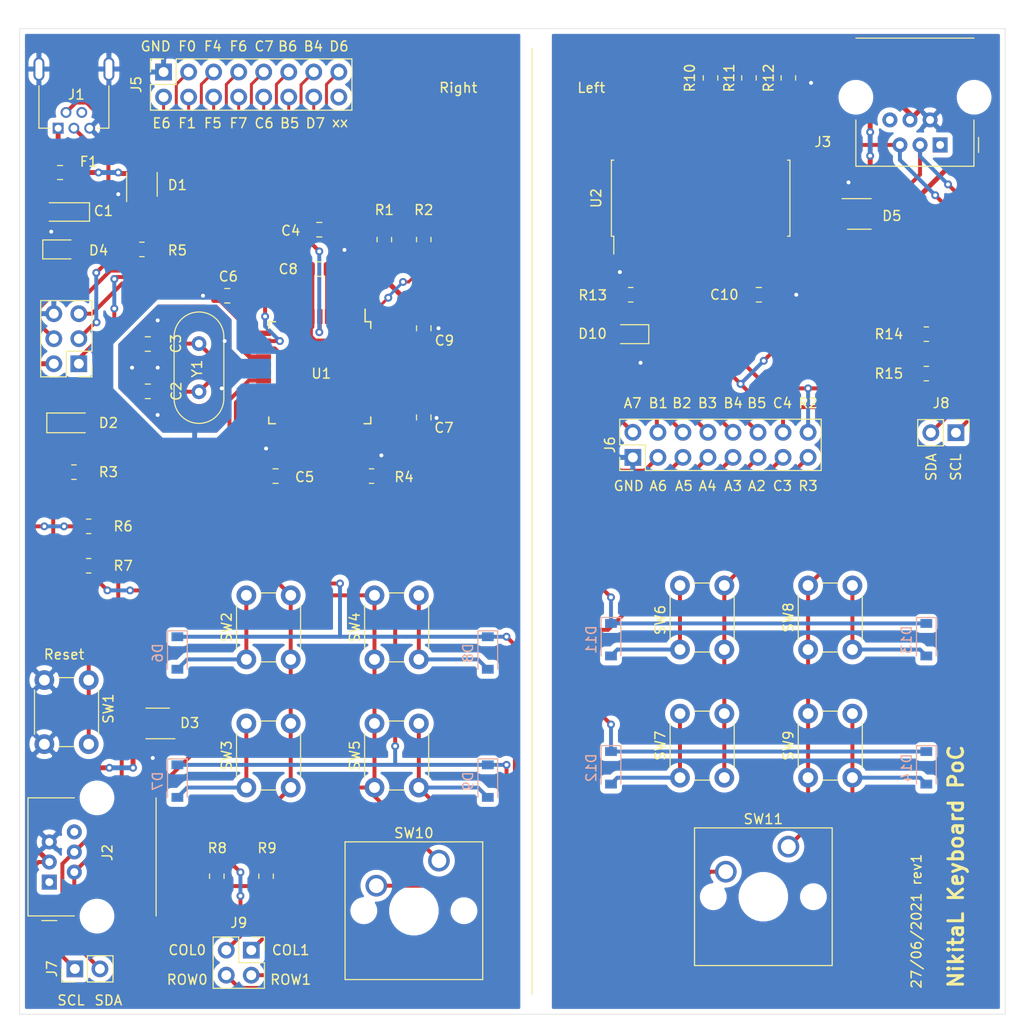
<source format=kicad_pcb>
(kicad_pcb (version 20171130) (host pcbnew 5.1.10-1.fc34)
  (layers (0 F.Cu signal) (31 B.Cu signal) (34 B.Paste user) (35 F.Paste user) (36 B.SilkS user) (37 F.SilkS user) (38 B.Mask user) (39 F.Mask user) (44 Edge.Cuts user))
  (net 0 "")
  (net 1 +5V)
  (net 2 GND)
  (net 3 "Net-(C2-Pad1)")
  (net 4 "Net-(C3-Pad1)")
  (net 5 "Net-(C4-Pad1)")
  (net 6 /D+)
  (net 7 /D-)
  (net 8 /RESET)
  (net 9 /SCL)
  (net 10 /SDA)
  (net 11 "Net-(D4-Pad2)")
  (net 12 +5VP)
  (net 13 /SDA1)
  (net 14 /SCL1)
  (net 15 /ROW0)
  (net 16 "Net-(D6-Pad2)")
  (net 17 "Net-(D7-Pad2)")
  (net 18 /ROW1)
  (net 19 "Net-(D8-Pad2)")
  (net 20 "Net-(D9-Pad2)")
  (net 21 GND1)
  (net 22 "Net-(D10-Pad2)")
  (net 23 "Net-(D11-Pad2)")
  (net 24 /ROW2)
  (net 25 "Net-(D12-Pad2)")
  (net 26 /ROW3)
  (net 27 "Net-(D13-Pad2)")
  (net 28 "Net-(D14-Pad2)")
  (net 29 "Net-(F1-Pad2)")
  (net 30 /MISO)
  (net 31 /SCK)
  (net 32 /MOSI)
  (net 33 /PC6)
  (net 34 /PB6)
  (net 35 /PC7)
  (net 36 /PF0)
  (net 37 /PF1)
  (net 38 /PF4)
  (net 39 /PD6)
  (net 40 /PF5)
  (net 41 /PD7)
  (net 42 /PF6)
  (net 43 /PE6)
  (net 44 /PF7)
  (net 45 /GPA2)
  (net 46 /GPA3)
  (net 47 /GPA4)
  (net 48 /GPA5)
  (net 49 /GPA6)
  (net 50 /GPA7)
  (net 51 "Net-(R4-Pad2)")
  (net 52 "Net-(R5-Pad1)")
  (net 53 /COL0)
  (net 54 /COL1)
  (net 55 "Net-(R10-Pad2)")
  (net 56 "Net-(R11-Pad1)")
  (net 57 "Net-(R13-Pad1)")
  (net 58 /COL3)
  (net 59 /COL4)
  (net 60 /D1+)
  (net 61 /D1-)
  (net 62 "Net-(J1-Pad4)")
  (net 63 "Net-(J2-Pad1)")
  (net 64 "Net-(J2-Pad6)")
  (net 65 "Net-(J3-Pad6)")
  (net 66 "Net-(J3-Pad1)")
  (net 67 "Net-(U1-Pad42)")
  (net 68 "Net-(U2-Pad2)")
  (net 69 "Net-(U2-Pad14)")
  (net 70 "Net-(U2-Pad17)")
  (net 71 "Net-(U2-Pad18)")
  (net 72 "Net-(U2-Pad19)")
  (net 73 "Net-(U2-Pad28)")
  (net 74 "Net-(U1-Pad12)")
  (net 75 /PB5)
  (net 76 /PB4)
  (net 77 /GPB5)
  (net 78 /GPB4)
  (net 79 /GPB3)
  (net 80 /GPB2)
  (net 81 /GPB1)
  (net 82 "Net-(J5-Pad16)")
  (module Connector_PinSocket_2.54mm:PinSocket_2x08_P2.54mm_Vertical (layer F.Cu) (at 84.6 59.4 90)
    (fp_text reference J5 (at -1.27 -2.77 90) (layer F.SilkS))
    (fp_text value Conn_02x08_Odd_Even)
    (pad 16 thru_hole oval (at -2.54 17.78 90) (size 1.7 1.7) (drill 1) (layers *.Cu *.Mask) (net 82 "Net-(J5-Pad16)"))
    (pad 15 thru_hole oval (at 0 17.78 90) (size 1.7 1.7) (drill 1) (layers *.Cu *.Mask) (net 39 /PD6))
    (pad 14 thru_hole oval (at -2.54 15.24 90) (size 1.7 1.7) (drill 1) (layers *.Cu *.Mask) (net 41 /PD7))
    (pad 13 thru_hole oval (at 0 15.24 90) (size 1.7 1.7) (drill 1) (layers *.Cu *.Mask) (net 76 /PB4))
    (pad 12 thru_hole oval (at -2.54 12.7 90) (size 1.7 1.7) (drill 1) (layers *.Cu *.Mask) (net 75 /PB5))
    (pad 11 thru_hole oval (at 0 12.7 90) (size 1.7 1.7) (drill 1) (layers *.Cu *.Mask) (net 34 /PB6))
    (pad 10 thru_hole oval (at -2.54 10.16 90) (size 1.7 1.7) (drill 1) (layers *.Cu *.Mask) (net 33 /PC6))
    (pad 9 thru_hole oval (at 0 10.16 90) (size 1.7 1.7) (drill 1) (layers *.Cu *.Mask) (net 35 /PC7))
    (pad 8 thru_hole oval (at -2.54 7.62 90) (size 1.7 1.7) (drill 1) (layers *.Cu *.Mask) (net 44 /PF7))
    (pad 7 thru_hole oval (at 0 7.62 90) (size 1.7 1.7) (drill 1) (layers *.Cu *.Mask) (net 42 /PF6))
    (pad 6 thru_hole oval (at -2.54 5.08 90) (size 1.7 1.7) (drill 1) (layers *.Cu *.Mask) (net 40 /PF5))
    (pad 5 thru_hole oval (at 0 5.08 90) (size 1.7 1.7) (drill 1) (layers *.Cu *.Mask) (net 38 /PF4))
    (pad 4 thru_hole oval (at -2.54 2.54 90) (size 1.7 1.7) (drill 1) (layers *.Cu *.Mask) (net 37 /PF1))
    (pad 3 thru_hole oval (at 0 2.54 90) (size 1.7 1.7) (drill 1) (layers *.Cu *.Mask) (net 36 /PF0))
    (pad 2 thru_hole oval (at -2.54 0 90) (size 1.7 1.7) (drill 1) (layers *.Cu *.Mask) (net 43 /PE6))
    (pad 1 thru_hole rect (at 0 0 90) (size 1.7 1.7) (drill 1) (layers *.Cu *.Mask) (net 2 GND))
  )
  (module Connector_PinSocket_2.54mm:PinSocket_2x02_P2.54mm_Vertical (layer F.Cu) (at 93.5 148.5)
    (fp_text reference J9 (at -1.27 -2.77) (layer F.SilkS))
    (fp_text value Conn_02x02_Odd_Even)
    (pad 4 thru_hole oval (at -2.54 2.54) (size 1.7 1.7) (drill 1) (layers *.Cu *.Mask) (net 15 /ROW0))
    (pad 3 thru_hole oval (at 0 2.54) (size 1.7 1.7) (drill 1) (layers *.Cu *.Mask) (net 18 /ROW1))
    (pad 2 thru_hole oval (at -2.54 0) (size 1.7 1.7) (drill 1) (layers *.Cu *.Mask) (net 53 /COL0))
    (pad 1 thru_hole rect (at 0 0) (size 1.7 1.7) (drill 1) (layers *.Cu *.Mask) (net 54 /COL1))
  )
  (module Package_TO_SOT_SMD:SOT-143 (layer F.Cu) (at 84 125.5 180)
    (fp_text reference D3 (at -3.25 0.05) (layer F.SilkS))
    (fp_text value PRTR5V0U2X)
    (pad 1 smd rect (at -1.1 -0.77 90) (size 1.2 1.4) (layers F.Cu F.Paste F.Mask) (net 2 GND))
    (pad 2 smd rect (at -1.1 0.95 90) (size 1 1.4) (layers F.Cu F.Paste F.Mask) (net 10 /SDA))
    (pad 3 smd rect (at 1.1 0.95 90) (size 1 1.4) (layers F.Cu F.Paste F.Mask) (net 9 /SCL))
    (pad 4 smd rect (at 1.1 -0.95 90) (size 1 1.4) (layers F.Cu F.Paste F.Mask) (net 1 +5V))
  )
  (module Button_Switch_THT:SW_PUSH_6mm_H4.3mm (layer F.Cu) (at 106 119 90)
    (fp_text reference SW4 (at 3.25 -2 90) (layer F.SilkS))
    (fp_text value SW_Push_45deg)
    (pad 1 thru_hole circle (at 6.5 0 180) (size 2 2) (drill 1.1) (layers *.Cu *.Mask) (net 54 /COL1))
    (pad 2 thru_hole circle (at 6.5 4.5 180) (size 2 2) (drill 1.1) (layers *.Cu *.Mask) (net 19 "Net-(D8-Pad2)"))
    (pad 1 thru_hole circle (at 0 0 180) (size 2 2) (drill 1.1) (layers *.Cu *.Mask) (net 54 /COL1))
    (pad 2 thru_hole circle (at 0 4.5 180) (size 2 2) (drill 1.1) (layers *.Cu *.Mask) (net 19 "Net-(D8-Pad2)"))
  )
  (module Fuse:Fuse_0805_2012Metric_Pad1.15x1.40mm_HandSolder (layer F.Cu) (at 74.095 69.6 180)
    (fp_text reference F1 (at -2.905 1.1) (layer F.SilkS))
    (fp_text value 500mA)
    (pad 1 smd roundrect (at -1.025 0 180) (size 1.15 1.4) (layers F.Cu F.Paste F.Mask) (roundrect_rratio 0.2173904347826087) (net 1 +5V))
    (pad 2 smd roundrect (at 1.025 0 180) (size 1.15 1.4) (layers F.Cu F.Paste F.Mask) (roundrect_rratio 0.2173904347826087) (net 29 "Net-(F1-Pad2)"))
  )
  (module Capacitor_SMD:C_0805_2012Metric_Pad1.18x1.45mm_HandSolder (layer F.Cu) (at 95.9625 100.4 180)
    (fp_text reference C5 (at -2.95 -0.1) (layer F.SilkS))
    (fp_text value 100n)
    (pad 2 smd roundrect (at 1.0375 0 180) (size 1.175 1.45) (layers F.Cu F.Paste F.Mask) (roundrect_rratio 0.2127659574468085) (net 2 GND))
    (pad 1 smd roundrect (at -1.0375 0 180) (size 1.175 1.45) (layers F.Cu F.Paste F.Mask) (roundrect_rratio 0.2127659574468085) (net 1 +5V))
  )
  (module Resistor_SMD:R_0805_2012Metric_Pad1.20x1.40mm_HandSolder (layer F.Cu) (at 162 90 180)
    (fp_text reference R15 (at 3.8 0) (layer F.SilkS))
    (fp_text value 10K)
    (pad 1 smd roundrect (at -1 0 180) (size 1.2 1.4) (layers F.Cu F.Paste F.Mask) (roundrect_rratio 0.2083325) (net 12 +5VP))
    (pad 2 smd roundrect (at 1 0 180) (size 1.2 1.4) (layers F.Cu F.Paste F.Mask) (roundrect_rratio 0.2083325) (net 59 /COL4))
  )
  (module Button_Switch_Keyboard:SW_Cherry_MX_1.00u_PCB (layer F.Cu) (at 148 138)
    (fp_text reference SW11 (at -2.54 -2.794) (layer F.SilkS))
    (fp_text value SW_Push_45deg)
    (pad "" np_thru_hole circle (at 2.54 5.08) (size 1.7 1.7) (drill 1.7) (layers *.Cu *.Mask))
    (pad "" np_thru_hole circle (at -7.62 5.08) (size 1.7 1.7) (drill 1.7) (layers *.Cu *.Mask))
    (pad "" np_thru_hole circle (at -2.54 5.08) (size 4 4) (drill 4) (layers *.Cu *.Mask))
    (pad 2 thru_hole circle (at -6.35 2.54) (size 2.2 2.2) (drill 1.5) (layers *.Cu *.Mask) (net 28 "Net-(D14-Pad2)"))
    (pad 1 thru_hole circle (at 0 0) (size 2.2 2.2) (drill 1.5) (layers *.Cu *.Mask) (net 59 /COL4))
  )
  (module Connector_PinHeader_2.54mm:PinHeader_2x08_P2.54mm_Vertical (layer F.Cu) (at 132.22 98.5 90)
    (fp_text reference J6 (at 1.27 -2.33 90) (layer F.SilkS))
    (fp_text value Conn_02x08_Odd_Even)
    (pad 16 thru_hole oval (at 2.54 17.78 90) (size 1.7 1.7) (drill 1) (layers *.Cu *.Mask) (net 59 /COL4))
    (pad 15 thru_hole oval (at 0 17.78 90) (size 1.7 1.7) (drill 1) (layers *.Cu *.Mask) (net 26 /ROW3))
    (pad 14 thru_hole oval (at 2.54 15.24 90) (size 1.7 1.7) (drill 1) (layers *.Cu *.Mask) (net 58 /COL3))
    (pad 13 thru_hole oval (at 0 15.24 90) (size 1.7 1.7) (drill 1) (layers *.Cu *.Mask) (net 24 /ROW2))
    (pad 12 thru_hole oval (at 2.54 12.7 90) (size 1.7 1.7) (drill 1) (layers *.Cu *.Mask) (net 77 /GPB5))
    (pad 11 thru_hole oval (at 0 12.7 90) (size 1.7 1.7) (drill 1) (layers *.Cu *.Mask) (net 45 /GPA2))
    (pad 10 thru_hole oval (at 2.54 10.16 90) (size 1.7 1.7) (drill 1) (layers *.Cu *.Mask) (net 78 /GPB4))
    (pad 9 thru_hole oval (at 0 10.16 90) (size 1.7 1.7) (drill 1) (layers *.Cu *.Mask) (net 46 /GPA3))
    (pad 8 thru_hole oval (at 2.54 7.62 90) (size 1.7 1.7) (drill 1) (layers *.Cu *.Mask) (net 79 /GPB3))
    (pad 7 thru_hole oval (at 0 7.62 90) (size 1.7 1.7) (drill 1) (layers *.Cu *.Mask) (net 47 /GPA4))
    (pad 6 thru_hole oval (at 2.54 5.08 90) (size 1.7 1.7) (drill 1) (layers *.Cu *.Mask) (net 80 /GPB2))
    (pad 5 thru_hole oval (at 0 5.08 90) (size 1.7 1.7) (drill 1) (layers *.Cu *.Mask) (net 48 /GPA5))
    (pad 4 thru_hole oval (at 2.54 2.54 90) (size 1.7 1.7) (drill 1) (layers *.Cu *.Mask) (net 81 /GPB1))
    (pad 3 thru_hole oval (at 0 2.54 90) (size 1.7 1.7) (drill 1) (layers *.Cu *.Mask) (net 49 /GPA6))
    (pad 2 thru_hole oval (at 2.54 0 90) (size 1.7 1.7) (drill 1) (layers *.Cu *.Mask) (net 50 /GPA7))
    (pad 1 thru_hole rect (at 0 0 90) (size 1.7 1.7) (drill 1) (layers *.Cu *.Mask) (net 21 GND1))
  )
  (module Connector_PinHeader_2.54mm:PinHeader_1x02_P2.54mm_Vertical (layer F.Cu) (at 165 96 270)
    (fp_text reference J8 (at -3 1.5 180) (layer F.SilkS))
    (fp_text value Conn_01x02)
    (pad 2 thru_hole oval (at 0 2.54 270) (size 1.7 1.7) (drill 1) (layers *.Cu *.Mask) (net 13 /SDA1))
    (pad 1 thru_hole rect (at 0 0 270) (size 1.7 1.7) (drill 1) (layers *.Cu *.Mask) (net 14 /SCL1))
  )
  (module local_footprint:RJ12_Custom1 (layer F.Cu) (at 163.4 66.8 180)
    (fp_text reference J3 (at 11.9 0.3) (layer F.SilkS))
    (fp_text value Left)
    (pad "" np_thru_hole circle (at 8.55 4.84 180) (size 2.5 2.5) (drill 2.5) (layers *.Cu *.Mask))
    (pad 6 thru_hole circle (at 5.1 2.54 180) (size 1.52 1.52) (drill 0.8) (layers *.Cu *.Mask) (net 65 "Net-(J3-Pad6)"))
    (pad 5 thru_hole circle (at 4.08 0 180) (size 1.52 1.52) (drill 0.8) (layers *.Cu *.Mask) (net 13 /SDA1))
    (pad 4 thru_hole circle (at 3.06 2.54 180) (size 1.52 1.52) (drill 0.8) (layers *.Cu *.Mask) (net 12 +5VP))
    (pad 3 thru_hole circle (at 2.04 0 180) (size 1.52 1.52) (drill 0.8) (layers *.Cu *.Mask) (net 14 /SCL1))
    (pad 2 thru_hole circle (at 1.02 2.54 180) (size 1.52 1.52) (drill 0.8) (layers *.Cu *.Mask) (net 21 GND1))
    (pad "" np_thru_hole circle (at -3.45 4.84 180) (size 2.5 2.5) (drill 2.5) (layers *.Cu *.Mask))
    (pad 1 thru_hole rect (at 0 0 180) (size 1.52 1.52) (drill 0.8) (layers *.Cu *.Mask) (net 66 "Net-(J3-Pad1)"))
  )
  (module Resistor_SMD:R_0805_2012Metric_Pad1.20x1.40mm_HandSolder (layer F.Cu) (at 148 60 270)
    (fp_text reference R12 (at 0 2 90) (layer F.SilkS))
    (fp_text value R_Small)
    (pad 2 smd roundrect (at 1 0 270) (size 1.2 1.4) (layers F.Cu F.Paste F.Mask) (roundrect_rratio 0.2083325) (net 56 "Net-(R11-Pad1)"))
    (pad 1 smd roundrect (at -1 0 270) (size 1.2 1.4) (layers F.Cu F.Paste F.Mask) (roundrect_rratio 0.2083325) (net 21 GND1))
  )
  (module Package_TO_SOT_SMD:SOT-143 (layer F.Cu) (at 155.2 73.8)
    (fp_text reference D5 (at 3.3 0.2) (layer F.SilkS))
    (fp_text value PRTR5V0U2X)
    (pad 4 smd rect (at 1.1 -0.95 270) (size 1 1.4) (layers F.Cu F.Paste F.Mask) (net 12 +5VP))
    (pad 3 smd rect (at 1.1 0.95 270) (size 1 1.4) (layers F.Cu F.Paste F.Mask) (net 14 /SCL1))
    (pad 2 smd rect (at -1.1 0.95 270) (size 1 1.4) (layers F.Cu F.Paste F.Mask) (net 13 /SDA1))
    (pad 1 smd rect (at -1.1 -0.77 270) (size 1.2 1.4) (layers F.Cu F.Paste F.Mask) (net 21 GND1))
  )
  (module Resistor_SMD:R_0805_2012Metric_Pad1.20x1.40mm_HandSolder (layer F.Cu) (at 77 109.5)
    (fp_text reference R7 (at 3.5 0) (layer F.SilkS))
    (fp_text value 4.7K)
    (pad 2 smd roundrect (at 1 0) (size 1.2 1.4) (layers F.Cu F.Paste F.Mask) (roundrect_rratio 0.2083325) (net 10 /SDA))
    (pad 1 smd roundrect (at -1 0) (size 1.2 1.4) (layers F.Cu F.Paste F.Mask) (roundrect_rratio 0.2083325) (net 1 +5V))
  )
  (module Capacitor_SMD:C_0805_2012Metric_Pad1.18x1.45mm_HandSolder (layer F.Cu) (at 91.0625 82.1 180)
    (fp_text reference C6 (at -0.1125 1.95) (layer F.SilkS))
    (fp_text value 100n)
    (pad 2 smd roundrect (at 1.0375 0 180) (size 1.175 1.45) (layers F.Cu F.Paste F.Mask) (roundrect_rratio 0.2127659574468085) (net 2 GND))
    (pad 1 smd roundrect (at -1.0375 0 180) (size 1.175 1.45) (layers F.Cu F.Paste F.Mask) (roundrect_rratio 0.2127659574468085) (net 1 +5V))
  )
  (module Resistor_SMD:R_0805_2012Metric_Pad1.20x1.40mm_HandSolder (layer F.Cu) (at 77 105.5)
    (fp_text reference R6 (at 3.5 0) (layer F.SilkS))
    (fp_text value 4.7K)
    (pad 1 smd roundrect (at -1 0) (size 1.2 1.4) (layers F.Cu F.Paste F.Mask) (roundrect_rratio 0.2083325) (net 1 +5V))
    (pad 2 smd roundrect (at 1 0) (size 1.2 1.4) (layers F.Cu F.Paste F.Mask) (roundrect_rratio 0.2083325) (net 9 /SCL))
  )
  (module Capacitor_Tantalum_SMD:CP_EIA-3216-18_Kemet-A_Pad1.58x1.35mm_HandSolder (layer F.Cu) (at 74.6 73.6 180)
    (fp_text reference C1 (at -3.9 0.1) (layer F.SilkS))
    (fp_text value CP)
    (pad 1 smd roundrect (at -1.4375 0 180) (size 1.575 1.35) (layers F.Cu F.Paste F.Mask) (roundrect_rratio 0.1851844444444445) (net 1 +5V))
    (pad 2 smd roundrect (at 1.4375 0 180) (size 1.575 1.35) (layers F.Cu F.Paste F.Mask) (roundrect_rratio 0.1851844444444445) (net 2 GND))
  )
  (module Capacitor_SMD:C_0805_2012Metric_Pad1.18x1.45mm_HandSolder (layer F.Cu) (at 83 91.8 180)
    (fp_text reference C2 (at -2.8975 0.01 270) (layer F.SilkS))
    (fp_text value 22p)
    (pad 2 smd roundrect (at 1.0375 0 180) (size 1.175 1.45) (layers F.Cu F.Paste F.Mask) (roundrect_rratio 0.2127659574468085) (net 2 GND))
    (pad 1 smd roundrect (at -1.0375 0 180) (size 1.175 1.45) (layers F.Cu F.Paste F.Mask) (roundrect_rratio 0.2127659574468085) (net 3 "Net-(C2-Pad1)"))
  )
  (module Capacitor_SMD:C_0805_2012Metric_Pad1.18x1.45mm_HandSolder (layer F.Cu) (at 83 87 180)
    (fp_text reference C3 (at -2.8525 0.04 270) (layer F.SilkS))
    (fp_text value 22p)
    (pad 1 smd roundrect (at -1.0375 0 180) (size 1.175 1.45) (layers F.Cu F.Paste F.Mask) (roundrect_rratio 0.2127659574468085) (net 4 "Net-(C3-Pad1)"))
    (pad 2 smd roundrect (at 1.0375 0 180) (size 1.175 1.45) (layers F.Cu F.Paste F.Mask) (roundrect_rratio 0.2127659574468085) (net 2 GND))
  )
  (module Capacitor_SMD:C_0805_2012Metric_Pad1.18x1.45mm_HandSolder (layer F.Cu) (at 100.4 75.4)
    (fp_text reference C4 (at -2.9 0.1 180) (layer F.SilkS))
    (fp_text value 1u)
    (pad 1 smd roundrect (at -1.0375 0) (size 1.175 1.45) (layers F.Cu F.Paste F.Mask) (roundrect_rratio 0.2127659574468085) (net 5 "Net-(C4-Pad1)"))
    (pad 2 smd roundrect (at 1.0375 0) (size 1.175 1.45) (layers F.Cu F.Paste F.Mask) (roundrect_rratio 0.2127659574468085) (net 2 GND))
  )
  (module Capacitor_SMD:C_0805_2012Metric_Pad1.18x1.45mm_HandSolder (layer F.Cu) (at 111 94.4475 90)
    (fp_text reference C7 (at -1.0525 2.05 180) (layer F.SilkS))
    (fp_text value 100n)
    (pad 2 smd roundrect (at 1.0375 0 90) (size 1.175 1.45) (layers F.Cu F.Paste F.Mask) (roundrect_rratio 0.2127659574468085) (net 2 GND))
    (pad 1 smd roundrect (at -1.0375 0 90) (size 1.175 1.45) (layers F.Cu F.Paste F.Mask) (roundrect_rratio 0.2127659574468085) (net 1 +5V))
  )
  (module Capacitor_SMD:C_0805_2012Metric_Pad1.18x1.45mm_HandSolder (layer F.Cu) (at 100.4 79.4)
    (fp_text reference C8 (at -3.15 0) (layer F.SilkS))
    (fp_text value 100n)
    (pad 1 smd roundrect (at -1.0375 0) (size 1.175 1.45) (layers F.Cu F.Paste F.Mask) (roundrect_rratio 0.2127659574468085) (net 1 +5V))
    (pad 2 smd roundrect (at 1.0375 0) (size 1.175 1.45) (layers F.Cu F.Paste F.Mask) (roundrect_rratio 0.2127659574468085) (net 2 GND))
  )
  (module Capacitor_SMD:C_0805_2012Metric_Pad1.18x1.45mm_HandSolder (layer F.Cu) (at 111 85.4 270)
    (fp_text reference C9 (at 1.25 -2.1 180) (layer F.SilkS))
    (fp_text value 100n)
    (pad 1 smd roundrect (at -1.0375 0 270) (size 1.175 1.45) (layers F.Cu F.Paste F.Mask) (roundrect_rratio 0.2127659574468085) (net 1 +5V))
    (pad 2 smd roundrect (at 1.0375 0 270) (size 1.175 1.45) (layers F.Cu F.Paste F.Mask) (roundrect_rratio 0.2127659574468085) (net 2 GND))
  )
  (module Package_TO_SOT_SMD:SOT-143 (layer F.Cu) (at 82.4 70.8 90)
    (fp_text reference D1 (at -0.07 3.6 180) (layer F.SilkS))
    (fp_text value PRTR5V0U2X)
    (pad 1 smd rect (at -1.1 -0.77) (size 1.2 1.4) (layers F.Cu F.Paste F.Mask) (net 2 GND))
    (pad 2 smd rect (at -1.1 0.95) (size 1 1.4) (layers F.Cu F.Paste F.Mask) (net 6 /D+))
    (pad 3 smd rect (at 1.1 0.95) (size 1 1.4) (layers F.Cu F.Paste F.Mask) (net 7 /D-))
    (pad 4 smd rect (at 1.1 -0.95) (size 1 1.4) (layers F.Cu F.Paste F.Mask) (net 1 +5V))
  )
  (module Diode_SMD:D_SOD-123 (layer F.Cu) (at 75 95)
    (fp_text reference D2 (at 4 0) (layer F.SilkS))
    (fp_text value D_Small)
    (pad 1 smd rect (at -1.65 0) (size 0.9 1.2) (layers F.Cu F.Paste F.Mask) (net 1 +5V))
    (pad 2 smd rect (at 1.65 0) (size 0.9 1.2) (layers F.Cu F.Paste F.Mask) (net 8 /RESET))
  )
  (module LED_SMD:LED_0805_2012Metric_Pad1.15x1.40mm_HandSolder (layer F.Cu) (at 74.2 77.4)
    (fp_text reference D4 (at 3.8 0.1) (layer F.SilkS))
    (fp_text value LED_Small)
    (pad 2 smd roundrect (at 1.025 0) (size 1.15 1.4) (layers F.Cu F.Paste F.Mask) (roundrect_rratio 0.2173904347826087) (net 11 "Net-(D4-Pad2)"))
    (pad 1 smd roundrect (at -1.025 0) (size 1.15 1.4) (layers F.Cu F.Paste F.Mask) (roundrect_rratio 0.2173904347826087) (net 2 GND))
  )
  (module Diode_SMD:D_SOD-123 (layer B.Cu) (at 86 118.35 270)
    (fp_text reference D6 (at 0 2 270) (layer B.SilkS) (effects (justify mirror)))
    (fp_text value D_Small)
    (pad 1 smd rect (at -1.65 0 270) (size 0.9 1.2) (layers B.Cu B.Paste B.Mask) (net 15 /ROW0))
    (pad 2 smd rect (at 1.65 0 270) (size 0.9 1.2) (layers B.Cu B.Paste B.Mask) (net 16 "Net-(D6-Pad2)"))
  )
  (module Diode_SMD:D_SOD-123 (layer B.Cu) (at 86 131.35 270)
    (fp_text reference D7 (at 0 2 270) (layer B.SilkS) (effects (justify mirror)))
    (fp_text value D_Small)
    (pad 2 smd rect (at 1.65 0 270) (size 0.9 1.2) (layers B.Cu B.Paste B.Mask) (net 17 "Net-(D7-Pad2)"))
    (pad 1 smd rect (at -1.65 0 270) (size 0.9 1.2) (layers B.Cu B.Paste B.Mask) (net 18 /ROW1))
  )
  (module Diode_SMD:D_SOD-123 (layer B.Cu) (at 117.5 118.35 270)
    (fp_text reference D8 (at 0 2 270) (layer B.SilkS) (effects (justify mirror)))
    (fp_text value D_Small)
    (pad 1 smd rect (at -1.65 0 270) (size 0.9 1.2) (layers B.Cu B.Paste B.Mask) (net 15 /ROW0))
    (pad 2 smd rect (at 1.65 0 270) (size 0.9 1.2) (layers B.Cu B.Paste B.Mask) (net 19 "Net-(D8-Pad2)"))
  )
  (module Diode_SMD:D_SOD-123 (layer B.Cu) (at 117.5 131.35 270)
    (fp_text reference D9 (at 0 2 270) (layer B.SilkS) (effects (justify mirror)))
    (fp_text value D_Small)
    (pad 1 smd rect (at -1.65 0 270) (size 0.9 1.2) (layers B.Cu B.Paste B.Mask) (net 18 /ROW1))
    (pad 2 smd rect (at 1.65 0 270) (size 0.9 1.2) (layers B.Cu B.Paste B.Mask) (net 20 "Net-(D9-Pad2)"))
  )
  (module LED_SMD:LED_0805_2012Metric_Pad1.15x1.40mm_HandSolder (layer F.Cu) (at 131.975 86 180)
    (fp_text reference D10 (at 3.85 0.05) (layer F.SilkS))
    (fp_text value LED_Small)
    (pad 1 smd roundrect (at -1.025 0 180) (size 1.15 1.4) (layers F.Cu F.Paste F.Mask) (roundrect_rratio 0.2173904347826087) (net 21 GND1))
    (pad 2 smd roundrect (at 1.025 0 180) (size 1.15 1.4) (layers F.Cu F.Paste F.Mask) (roundrect_rratio 0.2173904347826087) (net 22 "Net-(D10-Pad2)"))
  )
  (module Diode_SMD:D_SOD-123 (layer B.Cu) (at 130 117 270)
    (fp_text reference D11 (at 0 2 90) (layer B.SilkS) (effects (justify mirror)))
    (fp_text value D_Small)
    (pad 2 smd rect (at 1.65 0 270) (size 0.9 1.2) (layers B.Cu B.Paste B.Mask) (net 23 "Net-(D11-Pad2)"))
    (pad 1 smd rect (at -1.65 0 270) (size 0.9 1.2) (layers B.Cu B.Paste B.Mask) (net 24 /ROW2))
  )
  (module Diode_SMD:D_SOD-123 (layer B.Cu) (at 130 130 270)
    (fp_text reference D12 (at 0 2 90) (layer B.SilkS) (effects (justify mirror)))
    (fp_text value D_Small)
    (pad 2 smd rect (at 1.65 0 270) (size 0.9 1.2) (layers B.Cu B.Paste B.Mask) (net 25 "Net-(D12-Pad2)"))
    (pad 1 smd rect (at -1.65 0 270) (size 0.9 1.2) (layers B.Cu B.Paste B.Mask) (net 26 /ROW3))
  )
  (module Diode_SMD:D_SOD-123 (layer B.Cu) (at 162 117 270)
    (fp_text reference D13 (at 0 2 90) (layer B.SilkS) (effects (justify mirror)))
    (fp_text value D_Small)
    (pad 2 smd rect (at 1.65 0 270) (size 0.9 1.2) (layers B.Cu B.Paste B.Mask) (net 27 "Net-(D13-Pad2)"))
    (pad 1 smd rect (at -1.65 0 270) (size 0.9 1.2) (layers B.Cu B.Paste B.Mask) (net 24 /ROW2))
  )
  (module Diode_SMD:D_SOD-123 (layer B.Cu) (at 162 130 270)
    (fp_text reference D14 (at 0 2 90) (layer B.SilkS) (effects (justify mirror)))
    (fp_text value D_Small)
    (pad 1 smd rect (at -1.65 0 270) (size 0.9 1.2) (layers B.Cu B.Paste B.Mask) (net 26 /ROW3))
    (pad 2 smd rect (at 1.65 0 270) (size 0.9 1.2) (layers B.Cu B.Paste B.Mask) (net 28 "Net-(D14-Pad2)"))
  )
  (module local_footprint:USB_Mini-B_Custom1_Horizontal (layer F.Cu) (at 73.9 65.1)
    (fp_text reference J1 (at 1.84 -3.41) (layer F.SilkS))
    (fp_text value USB_B_Mini)
    (pad 1 thru_hole rect (at 0 0) (size 1.1 1.1) (drill 0.7) (layers *.Cu *.Mask) (net 29 "Net-(F1-Pad2)"))
    (pad 2 thru_hole circle (at 0.8 -1.6) (size 1.1 1.1) (drill 0.7) (layers *.Cu *.Mask) (net 7 /D-))
    (pad 3 thru_hole circle (at 1.6 0) (size 1.1 1.1) (drill 0.7) (layers *.Cu *.Mask) (net 6 /D+))
    (pad 4 thru_hole circle (at 2.4 -1.6) (size 1.1 1.1) (drill 0.7) (layers *.Cu *.Mask) (net 62 "Net-(J1-Pad4)"))
    (pad 5 thru_hole circle (at 3.2 0) (size 1.1 1.1) (drill 0.7) (layers *.Cu *.Mask) (net 2 GND))
    (pad 6 thru_hole oval (at -1.95 -6) (size 1.1 2.4) (drill oval 0.7 2) (layers *.Cu *.Mask) (net 2 GND))
    (pad 6 thru_hole oval (at 5.15 -6) (size 1.1 2.4) (drill oval 0.7 2) (layers *.Cu *.Mask) (net 2 GND))
  )
  (module local_footprint:RJ12_Custom1 (layer F.Cu) (at 73 141.6 90)
    (fp_text reference J2 (at 3 5.9 90) (layer F.SilkS))
    (fp_text value Right)
    (pad 1 thru_hole rect (at 0 0 90) (size 1.52 1.52) (drill 0.8) (layers *.Cu *.Mask) (net 63 "Net-(J2-Pad1)"))
    (pad "" np_thru_hole circle (at -3.45 4.84 90) (size 2.5 2.5) (drill 2.5) (layers *.Cu *.Mask))
    (pad 2 thru_hole circle (at 1.02 2.54 90) (size 1.52 1.52) (drill 0.8) (layers *.Cu *.Mask) (net 10 /SDA))
    (pad 3 thru_hole circle (at 2.04 0 90) (size 1.52 1.52) (drill 0.8) (layers *.Cu *.Mask) (net 1 +5V))
    (pad 4 thru_hole circle (at 3.06 2.54 90) (size 1.52 1.52) (drill 0.8) (layers *.Cu *.Mask) (net 9 /SCL))
    (pad 5 thru_hole circle (at 4.08 0 90) (size 1.52 1.52) (drill 0.8) (layers *.Cu *.Mask) (net 2 GND))
    (pad 6 thru_hole circle (at 5.1 2.54 90) (size 1.52 1.52) (drill 0.8) (layers *.Cu *.Mask) (net 64 "Net-(J2-Pad6)"))
    (pad "" np_thru_hole circle (at 8.55 4.84 90) (size 2.5 2.5) (drill 2.5) (layers *.Cu *.Mask))
  )
  (module Connector_PinHeader_2.54mm:PinHeader_2x03_P2.54mm_Vertical (layer F.Cu) (at 76 89 180)
    (fp_text reference J4)
    (fp_text value AVR-ISP-6)
    (pad 1 thru_hole rect (at 0 0 180) (size 1.7 1.7) (drill 1) (layers *.Cu *.Mask) (net 30 /MISO))
    (pad 2 thru_hole oval (at 2.54 0 180) (size 1.7 1.7) (drill 1) (layers *.Cu *.Mask) (net 1 +5V))
    (pad 3 thru_hole oval (at 0 2.54 180) (size 1.7 1.7) (drill 1) (layers *.Cu *.Mask) (net 31 /SCK))
    (pad 4 thru_hole oval (at 2.54 2.54 180) (size 1.7 1.7) (drill 1) (layers *.Cu *.Mask) (net 32 /MOSI))
    (pad 5 thru_hole oval (at 0 5.08 180) (size 1.7 1.7) (drill 1) (layers *.Cu *.Mask) (net 8 /RESET))
    (pad 6 thru_hole oval (at 2.54 5.08 180) (size 1.7 1.7) (drill 1) (layers *.Cu *.Mask) (net 2 GND))
  )
  (module Resistor_SMD:R_0805_2012Metric_Pad1.20x1.40mm_HandSolder (layer F.Cu) (at 107 76.4 90)
    (fp_text reference R1 (at 3 0) (layer F.SilkS))
    (fp_text value 22)
    (pad 2 smd roundrect (at 1 0 90) (size 1.2 1.4) (layers F.Cu F.Paste F.Mask) (roundrect_rratio 0.2083325) (net 6 /D+))
    (pad 1 smd roundrect (at -1 0 90) (size 1.2 1.4) (layers F.Cu F.Paste F.Mask) (roundrect_rratio 0.2083325) (net 60 /D1+))
  )
  (module Resistor_SMD:R_0805_2012Metric_Pad1.20x1.40mm_HandSolder (layer F.Cu) (at 111 76.4 270)
    (fp_text reference R2 (at -3 0 180) (layer F.SilkS))
    (fp_text value 22)
    (pad 1 smd roundrect (at -1 0 270) (size 1.2 1.4) (layers F.Cu F.Paste F.Mask) (roundrect_rratio 0.2083325) (net 7 /D-))
    (pad 2 smd roundrect (at 1 0 270) (size 1.2 1.4) (layers F.Cu F.Paste F.Mask) (roundrect_rratio 0.2083325) (net 61 /D1-))
  )
  (module Resistor_SMD:R_0805_2012Metric_Pad1.20x1.40mm_HandSolder (layer F.Cu) (at 75.5 100)
    (fp_text reference R3 (at 3.5 0) (layer F.SilkS))
    (fp_text value 10K)
    (pad 1 smd roundrect (at -1 0) (size 1.2 1.4) (layers F.Cu F.Paste F.Mask) (roundrect_rratio 0.2083325) (net 1 +5V))
    (pad 2 smd roundrect (at 1 0) (size 1.2 1.4) (layers F.Cu F.Paste F.Mask) (roundrect_rratio 0.2083325) (net 8 /RESET))
  )
  (module Resistor_SMD:R_0805_2012Metric_Pad1.20x1.40mm_HandSolder (layer F.Cu) (at 105.7 100.4 180)
    (fp_text reference R4 (at -3.3 -0.1) (layer F.SilkS))
    (fp_text value 10K)
    (pad 2 smd roundrect (at 1 0 180) (size 1.2 1.4) (layers F.Cu F.Paste F.Mask) (roundrect_rratio 0.2083325) (net 51 "Net-(R4-Pad2)"))
    (pad 1 smd roundrect (at -1 0 180) (size 1.2 1.4) (layers F.Cu F.Paste F.Mask) (roundrect_rratio 0.2083325) (net 2 GND))
  )
  (module Resistor_SMD:R_0805_2012Metric_Pad1.20x1.40mm_HandSolder (layer F.Cu) (at 82.4 77.4 180)
    (fp_text reference R5 (at -3.6 -0.1) (layer F.SilkS))
    (fp_text value 470)
    (pad 1 smd roundrect (at -1 0 180) (size 1.2 1.4) (layers F.Cu F.Paste F.Mask) (roundrect_rratio 0.2083325) (net 52 "Net-(R5-Pad1)"))
    (pad 2 smd roundrect (at 1 0 180) (size 1.2 1.4) (layers F.Cu F.Paste F.Mask) (roundrect_rratio 0.2083325) (net 11 "Net-(D4-Pad2)"))
  )
  (module Resistor_SMD:R_0805_2012Metric_Pad1.20x1.40mm_HandSolder (layer F.Cu) (at 90 141 90)
    (fp_text reference R8 (at 2.85 0.05 180) (layer F.SilkS))
    (fp_text value 10K)
    (pad 1 smd roundrect (at -1 0 90) (size 1.2 1.4) (layers F.Cu F.Paste F.Mask) (roundrect_rratio 0.2083325) (net 1 +5V))
    (pad 2 smd roundrect (at 1 0 90) (size 1.2 1.4) (layers F.Cu F.Paste F.Mask) (roundrect_rratio 0.2083325) (net 53 /COL0))
  )
  (module Resistor_SMD:R_0805_2012Metric_Pad1.20x1.40mm_HandSolder (layer F.Cu) (at 95 141 90)
    (fp_text reference R9 (at 2.85 0.1 180) (layer F.SilkS))
    (fp_text value 10K)
    (pad 2 smd roundrect (at 1 0 90) (size 1.2 1.4) (layers F.Cu F.Paste F.Mask) (roundrect_rratio 0.2083325) (net 54 /COL1))
    (pad 1 smd roundrect (at -1 0 90) (size 1.2 1.4) (layers F.Cu F.Paste F.Mask) (roundrect_rratio 0.2083325) (net 1 +5V))
  )
  (module Resistor_SMD:R_0805_2012Metric_Pad1.20x1.40mm_HandSolder (layer F.Cu) (at 140.1 60 270)
    (fp_text reference R10 (at 0 2.1 90) (layer F.SilkS))
    (fp_text value 10K)
    (pad 1 smd roundrect (at -1 0 270) (size 1.2 1.4) (layers F.Cu F.Paste F.Mask) (roundrect_rratio 0.2083325) (net 12 +5VP))
    (pad 2 smd roundrect (at 1 0 270) (size 1.2 1.4) (layers F.Cu F.Paste F.Mask) (roundrect_rratio 0.2083325) (net 55 "Net-(R10-Pad2)"))
  )
  (module Resistor_SMD:R_0805_2012Metric_Pad1.20x1.40mm_HandSolder (layer F.Cu) (at 144 60 90)
    (fp_text reference R11 (at 0 -2 90) (layer F.SilkS))
    (fp_text value R_Small)
    (pad 1 smd roundrect (at -1 0 90) (size 1.2 1.4) (layers F.Cu F.Paste F.Mask) (roundrect_rratio 0.2083325) (net 56 "Net-(R11-Pad1)"))
    (pad 2 smd roundrect (at 1 0 90) (size 1.2 1.4) (layers F.Cu F.Paste F.Mask) (roundrect_rratio 0.2083325) (net 12 +5VP))
  )
  (module Resistor_SMD:R_0805_2012Metric_Pad1.20x1.40mm_HandSolder (layer F.Cu) (at 132 82 180)
    (fp_text reference R13 (at 3.85 -0.05 180) (layer F.SilkS))
    (fp_text value 470)
    (pad 2 smd roundrect (at 1 0 180) (size 1.2 1.4) (layers F.Cu F.Paste F.Mask) (roundrect_rratio 0.2083325) (net 22 "Net-(D10-Pad2)"))
    (pad 1 smd roundrect (at -1 0 180) (size 1.2 1.4) (layers F.Cu F.Paste F.Mask) (roundrect_rratio 0.2083325) (net 57 "Net-(R13-Pad1)"))
  )
  (module Resistor_SMD:R_0805_2012Metric_Pad1.20x1.40mm_HandSolder (layer F.Cu) (at 162 86 180)
    (fp_text reference R14 (at 3.8 0) (layer F.SilkS))
    (fp_text value 10K)
    (pad 2 smd roundrect (at 1 0 180) (size 1.2 1.4) (layers F.Cu F.Paste F.Mask) (roundrect_rratio 0.2083325) (net 58 /COL3))
    (pad 1 smd roundrect (at -1 0 180) (size 1.2 1.4) (layers F.Cu F.Paste F.Mask) (roundrect_rratio 0.2083325) (net 12 +5VP))
  )
  (module Button_Switch_THT:SW_PUSH_6mm_H4.3mm (layer F.Cu) (at 72.5 127.6 90)
    (fp_text reference SW1 (at 3.6 6.5 90) (layer F.SilkS))
    (fp_text value SW_Push)
    (pad 1 thru_hole circle (at 6.5 0 180) (size 2 2) (drill 1.1) (layers *.Cu *.Mask) (net 2 GND))
    (pad 2 thru_hole circle (at 6.5 4.5 180) (size 2 2) (drill 1.1) (layers *.Cu *.Mask) (net 8 /RESET))
    (pad 1 thru_hole circle (at 0 0 180) (size 2 2) (drill 1.1) (layers *.Cu *.Mask) (net 2 GND))
    (pad 2 thru_hole circle (at 0 4.5 180) (size 2 2) (drill 1.1) (layers *.Cu *.Mask) (net 8 /RESET))
  )
  (module Button_Switch_THT:SW_PUSH_6mm_H4.3mm (layer F.Cu) (at 97.5 112.5 270)
    (fp_text reference SW2 (at 3.25 6.5 90) (layer F.SilkS))
    (fp_text value SW_Push_45deg)
    (pad 1 thru_hole circle (at 6.5 0) (size 2 2) (drill 1.1) (layers *.Cu *.Mask) (net 53 /COL0))
    (pad 2 thru_hole circle (at 6.5 4.5) (size 2 2) (drill 1.1) (layers *.Cu *.Mask) (net 16 "Net-(D6-Pad2)"))
    (pad 1 thru_hole circle (at 0 0) (size 2 2) (drill 1.1) (layers *.Cu *.Mask) (net 53 /COL0))
    (pad 2 thru_hole circle (at 0 4.5) (size 2 2) (drill 1.1) (layers *.Cu *.Mask) (net 16 "Net-(D6-Pad2)"))
  )
  (module Button_Switch_THT:SW_PUSH_6mm_H4.3mm (layer F.Cu) (at 97.5 125.5 270)
    (fp_text reference SW3 (at 3.25 6.5 90) (layer F.SilkS))
    (fp_text value SW_Push_45deg)
    (pad 2 thru_hole circle (at 0 4.5) (size 2 2) (drill 1.1) (layers *.Cu *.Mask) (net 17 "Net-(D7-Pad2)"))
    (pad 1 thru_hole circle (at 0 0) (size 2 2) (drill 1.1) (layers *.Cu *.Mask) (net 53 /COL0))
    (pad 2 thru_hole circle (at 6.5 4.5) (size 2 2) (drill 1.1) (layers *.Cu *.Mask) (net 17 "Net-(D7-Pad2)"))
    (pad 1 thru_hole circle (at 6.5 0) (size 2 2) (drill 1.1) (layers *.Cu *.Mask) (net 53 /COL0))
  )
  (module Button_Switch_THT:SW_PUSH_6mm_H4.3mm (layer F.Cu) (at 106 132 90)
    (fp_text reference SW5 (at 3.25 -2 90) (layer F.SilkS))
    (fp_text value SW_Push_45deg)
    (pad 1 thru_hole circle (at 6.5 0 180) (size 2 2) (drill 1.1) (layers *.Cu *.Mask) (net 54 /COL1))
    (pad 2 thru_hole circle (at 6.5 4.5 180) (size 2 2) (drill 1.1) (layers *.Cu *.Mask) (net 20 "Net-(D9-Pad2)"))
    (pad 1 thru_hole circle (at 0 0 180) (size 2 2) (drill 1.1) (layers *.Cu *.Mask) (net 54 /COL1))
    (pad 2 thru_hole circle (at 0 4.5 180) (size 2 2) (drill 1.1) (layers *.Cu *.Mask) (net 20 "Net-(D9-Pad2)"))
  )
  (module Button_Switch_THT:SW_PUSH_6mm_H4.3mm (layer F.Cu) (at 141.5 111.5 270)
    (fp_text reference SW6 (at 3.5 6.5 90) (layer F.SilkS))
    (fp_text value SW_Push_45deg)
    (pad 2 thru_hole circle (at 0 4.5) (size 2 2) (drill 1.1) (layers *.Cu *.Mask) (net 23 "Net-(D11-Pad2)"))
    (pad 1 thru_hole circle (at 0 0) (size 2 2) (drill 1.1) (layers *.Cu *.Mask) (net 58 /COL3))
    (pad 2 thru_hole circle (at 6.5 4.5) (size 2 2) (drill 1.1) (layers *.Cu *.Mask) (net 23 "Net-(D11-Pad2)"))
    (pad 1 thru_hole circle (at 6.5 0) (size 2 2) (drill 1.1) (layers *.Cu *.Mask) (net 58 /COL3))
  )
  (module Button_Switch_THT:SW_PUSH_6mm_H4.3mm (layer F.Cu) (at 141.5 124.5 270)
    (fp_text reference SW7 (at 3.25 6.5 90) (layer F.SilkS))
    (fp_text value SW_Push_45deg)
    (pad 2 thru_hole circle (at 0 4.5) (size 2 2) (drill 1.1) (layers *.Cu *.Mask) (net 25 "Net-(D12-Pad2)"))
    (pad 1 thru_hole circle (at 0 0) (size 2 2) (drill 1.1) (layers *.Cu *.Mask) (net 58 /COL3))
    (pad 2 thru_hole circle (at 6.5 4.5) (size 2 2) (drill 1.1) (layers *.Cu *.Mask) (net 25 "Net-(D12-Pad2)"))
    (pad 1 thru_hole circle (at 6.5 0) (size 2 2) (drill 1.1) (layers *.Cu *.Mask) (net 58 /COL3))
  )
  (module Button_Switch_THT:SW_PUSH_6mm_H4.3mm (layer F.Cu) (at 150 118 90)
    (fp_text reference SW8 (at 3.25 -2 90) (layer F.SilkS))
    (fp_text value SW_Push_45deg)
    (pad 2 thru_hole circle (at 0 4.5 180) (size 2 2) (drill 1.1) (layers *.Cu *.Mask) (net 27 "Net-(D13-Pad2)"))
    (pad 1 thru_hole circle (at 0 0 180) (size 2 2) (drill 1.1) (layers *.Cu *.Mask) (net 59 /COL4))
    (pad 2 thru_hole circle (at 6.5 4.5 180) (size 2 2) (drill 1.1) (layers *.Cu *.Mask) (net 27 "Net-(D13-Pad2)"))
    (pad 1 thru_hole circle (at 6.5 0 180) (size 2 2) (drill 1.1) (layers *.Cu *.Mask) (net 59 /COL4))
  )
  (module Button_Switch_THT:SW_PUSH_6mm_H4.3mm (layer F.Cu) (at 150 131 90)
    (fp_text reference SW9 (at 3.25 -2 90) (layer F.SilkS))
    (fp_text value SW_Push_45deg)
    (pad 2 thru_hole circle (at 0 4.5 180) (size 2 2) (drill 1.1) (layers *.Cu *.Mask) (net 28 "Net-(D14-Pad2)"))
    (pad 1 thru_hole circle (at 0 0 180) (size 2 2) (drill 1.1) (layers *.Cu *.Mask) (net 59 /COL4))
    (pad 2 thru_hole circle (at 6.5 4.5 180) (size 2 2) (drill 1.1) (layers *.Cu *.Mask) (net 28 "Net-(D14-Pad2)"))
    (pad 1 thru_hole circle (at 6.5 0 180) (size 2 2) (drill 1.1) (layers *.Cu *.Mask) (net 59 /COL4))
  )
  (module Button_Switch_Keyboard:SW_Cherry_MX_1.00u_PCB (layer F.Cu) (at 112.54 139.42)
    (fp_text reference SW10 (at -2.54 -2.794) (layer F.SilkS))
    (fp_text value SW_Push_45deg)
    (pad 1 thru_hole circle (at 0 0) (size 2.2 2.2) (drill 1.5) (layers *.Cu *.Mask) (net 54 /COL1))
    (pad 2 thru_hole circle (at -6.35 2.54) (size 2.2 2.2) (drill 1.5) (layers *.Cu *.Mask) (net 20 "Net-(D9-Pad2)"))
    (pad "" np_thru_hole circle (at -2.54 5.08) (size 4 4) (drill 4) (layers *.Cu *.Mask))
    (pad "" np_thru_hole circle (at -7.62 5.08) (size 1.7 1.7) (drill 1.7) (layers *.Cu *.Mask))
    (pad "" np_thru_hole circle (at 2.54 5.08) (size 1.7 1.7) (drill 1.7) (layers *.Cu *.Mask))
  )
  (module Package_QFP:TQFP-44_10x10mm_P0.8mm (layer F.Cu) (at 100.45 89.91 270)
    (fp_text reference U1 (at 0.09 -0.15 180) (layer F.SilkS))
    (fp_text value ATmega32U4-AU)
    (pad 1 smd rect (at -5.7 -4 270) (size 1.5 0.55) (layers F.Cu F.Paste F.Mask) (net 43 /PE6))
    (pad 2 smd rect (at -5.7 -3.2 270) (size 1.5 0.55) (layers F.Cu F.Paste F.Mask) (net 1 +5V))
    (pad 3 smd rect (at -5.7 -2.4 270) (size 1.5 0.55) (layers F.Cu F.Paste F.Mask) (net 61 /D1-))
    (pad 4 smd rect (at -5.7 -1.6 270) (size 1.5 0.55) (layers F.Cu F.Paste F.Mask) (net 60 /D1+))
    (pad 5 smd rect (at -5.7 -0.8 270) (size 1.5 0.55) (layers F.Cu F.Paste F.Mask) (net 2 GND))
    (pad 6 smd rect (at -5.7 0 270) (size 1.5 0.55) (layers F.Cu F.Paste F.Mask) (net 5 "Net-(C4-Pad1)"))
    (pad 7 smd rect (at -5.7 0.8 270) (size 1.5 0.55) (layers F.Cu F.Paste F.Mask) (net 1 +5V))
    (pad 8 smd rect (at -5.7 1.6 270) (size 1.5 0.55) (layers F.Cu F.Paste F.Mask) (net 52 "Net-(R5-Pad1)"))
    (pad 9 smd rect (at -5.7 2.4 270) (size 1.5 0.55) (layers F.Cu F.Paste F.Mask) (net 31 /SCK))
    (pad 10 smd rect (at -5.7 3.2 270) (size 1.5 0.55) (layers F.Cu F.Paste F.Mask) (net 32 /MOSI))
    (pad 11 smd rect (at -5.7 4 270) (size 1.5 0.55) (layers F.Cu F.Paste F.Mask) (net 30 /MISO))
    (pad 12 smd rect (at -4 5.7) (size 1.5 0.55) (layers F.Cu F.Paste F.Mask) (net 74 "Net-(U1-Pad12)"))
    (pad 13 smd rect (at -3.2 5.7) (size 1.5 0.55) (layers F.Cu F.Paste F.Mask) (net 8 /RESET))
    (pad 14 smd rect (at -2.4 5.7) (size 1.5 0.55) (layers F.Cu F.Paste F.Mask) (net 1 +5V))
    (pad 15 smd rect (at -1.6 5.7) (size 1.5 0.55) (layers F.Cu F.Paste F.Mask) (net 2 GND))
    (pad 16 smd rect (at -0.8 5.7) (size 1.5 0.55) (layers F.Cu F.Paste F.Mask) (net 4 "Net-(C3-Pad1)"))
    (pad 17 smd rect (at 0 5.7) (size 1.5 0.55) (layers F.Cu F.Paste F.Mask) (net 3 "Net-(C2-Pad1)"))
    (pad 18 smd rect (at 0.8 5.7) (size 1.5 0.55) (layers F.Cu F.Paste F.Mask) (net 9 /SCL))
    (pad 19 smd rect (at 1.6 5.7) (size 1.5 0.55) (layers F.Cu F.Paste F.Mask) (net 10 /SDA))
    (pad 20 smd rect (at 2.4 5.7) (size 1.5 0.55) (layers F.Cu F.Paste F.Mask) (net 53 /COL0))
    (pad 21 smd rect (at 3.2 5.7) (size 1.5 0.55) (layers F.Cu F.Paste F.Mask) (net 54 /COL1))
    (pad 22 smd rect (at 4 5.7) (size 1.5 0.55) (layers F.Cu F.Paste F.Mask) (net 15 /ROW0))
    (pad 23 smd rect (at 5.7 4 270) (size 1.5 0.55) (layers F.Cu F.Paste F.Mask) (net 2 GND))
    (pad 24 smd rect (at 5.7 3.2 270) (size 1.5 0.55) (layers F.Cu F.Paste F.Mask) (net 1 +5V))
    (pad 25 smd rect (at 5.7 2.4 270) (size 1.5 0.55) (layers F.Cu F.Paste F.Mask) (net 18 /ROW1))
    (pad 26 smd rect (at 5.7 1.6 270) (size 1.5 0.55) (layers F.Cu F.Paste F.Mask) (net 39 /PD6))
    (pad 27 smd rect (at 5.7 0.8 270) (size 1.5 0.55) (layers F.Cu F.Paste F.Mask) (net 41 /PD7))
    (pad 28 smd rect (at 5.7 0 270) (size 1.5 0.55) (layers F.Cu F.Paste F.Mask) (net 76 /PB4))
    (pad 29 smd rect (at 5.7 -0.8 270) (size 1.5 0.55) (layers F.Cu F.Paste F.Mask) (net 75 /PB5))
    (pad 30 smd rect (at 5.7 -1.6 270) (size 1.5 0.55) (layers F.Cu F.Paste F.Mask) (net 34 /PB6))
    (pad 31 smd rect (at 5.7 -2.4 270) (size 1.5 0.55) (layers F.Cu F.Paste F.Mask) (net 33 /PC6))
    (pad 32 smd rect (at 5.7 -3.2 270) (size 1.5 0.55) (layers F.Cu F.Paste F.Mask) (net 35 /PC7))
    (pad 33 smd rect (at 5.7 -4 270) (size 1.5 0.55) (layers F.Cu F.Paste F.Mask) (net 51 "Net-(R4-Pad2)"))
    (pad 34 smd rect (at 4 -5.7) (size 1.5 0.55) (layers F.Cu F.Paste F.Mask) (net 1 +5V))
    (pad 35 smd rect (at 3.2 -5.7) (size 1.5 0.55) (layers F.Cu F.Paste F.Mask) (net 2 GND))
    (pad 36 smd rect (at 2.4 -5.7) (size 1.5 0.55) (layers F.Cu F.Paste F.Mask) (net 44 /PF7))
    (pad 37 smd rect (at 1.6 -5.7) (size 1.5 0.55) (layers F.Cu F.Paste F.Mask) (net 42 /PF6))
    (pad 38 smd rect (at 0.8 -5.7) (size 1.5 0.55) (layers F.Cu F.Paste F.Mask) (net 40 /PF5))
    (pad 39 smd rect (at 0 -5.7) (size 1.5 0.55) (layers F.Cu F.Paste F.Mask) (net 38 /PF4))
    (pad 40 smd rect (at -0.8 -5.7) (size 1.5 0.55) (layers F.Cu F.Paste F.Mask) (net 37 /PF1))
    (pad 41 smd rect (at -1.6 -5.7) (size 1.5 0.55) (layers F.Cu F.Paste F.Mask) (net 36 /PF0))
    (pad 42 smd rect (at -2.4 -5.7) (size 1.5 0.55) (layers F.Cu F.Paste F.Mask) (net 67 "Net-(U1-Pad42)"))
    (pad 43 smd rect (at -3.2 -5.7) (size 1.5 0.55) (layers F.Cu F.Paste F.Mask) (net 2 GND))
    (pad 44 smd rect (at -4 -5.7) (size 1.5 0.55) (layers F.Cu F.Paste F.Mask) (net 1 +5V))
  )
  (module Package_SO:SOIC-28W_7.5x17.9mm_P1.27mm (layer F.Cu) (at 139.1 72.2 90)
    (fp_text reference U2 (at 0 -10.6 90) (layer F.SilkS))
    (fp_text value MCP23018_SO)
    (pad 1 smd roundrect (at -4.65 -8.255 90) (size 2.05 0.6) (layers F.Cu F.Paste F.Mask) (net 21 GND1))
    (pad 2 smd roundrect (at -4.65 -6.985 90) (size 2.05 0.6) (layers F.Cu F.Paste F.Mask) (net 68 "Net-(U2-Pad2)"))
    (pad 3 smd roundrect (at -4.65 -5.715 90) (size 2.05 0.6) (layers F.Cu F.Paste F.Mask) (net 57 "Net-(R13-Pad1)"))
    (pad 4 smd roundrect (at -4.65 -4.445 90) (size 2.05 0.6) (layers F.Cu F.Paste F.Mask) (net 81 /GPB1))
    (pad 5 smd roundrect (at -4.65 -3.175 90) (size 2.05 0.6) (layers F.Cu F.Paste F.Mask) (net 80 /GPB2))
    (pad 6 smd roundrect (at -4.65 -1.905 90) (size 2.05 0.6) (layers F.Cu F.Paste F.Mask) (net 79 /GPB3))
    (pad 7 smd roundrect (at -4.65 -0.635 90) (size 2.05 0.6) (layers F.Cu F.Paste F.Mask) (net 78 /GPB4))
    (pad 8 smd roundrect (at -4.65 0.635 90) (size 2.05 0.6) (layers F.Cu F.Paste F.Mask) (net 77 /GPB5))
    (pad 9 smd roundrect (at -4.65 1.905 90) (size 2.05 0.6) (layers F.Cu F.Paste F.Mask) (net 58 /COL3))
    (pad 10 smd roundrect (at -4.65 3.175 90) (size 2.05 0.6) (layers F.Cu F.Paste F.Mask) (net 59 /COL4))
    (pad 11 smd roundrect (at -4.65 4.445 90) (size 2.05 0.6) (layers F.Cu F.Paste F.Mask) (net 12 +5VP))
    (pad 12 smd roundrect (at -4.65 5.715 90) (size 2.05 0.6) (layers F.Cu F.Paste F.Mask) (net 14 /SCL1))
    (pad 13 smd roundrect (at -4.65 6.985 90) (size 2.05 0.6) (layers F.Cu F.Paste F.Mask) (net 13 /SDA1))
    (pad 14 smd roundrect (at -4.65 8.255 90) (size 2.05 0.6) (layers F.Cu F.Paste F.Mask) (net 69 "Net-(U2-Pad14)"))
    (pad 15 smd roundrect (at 4.65 8.255 90) (size 2.05 0.6) (layers F.Cu F.Paste F.Mask) (net 56 "Net-(R11-Pad1)"))
    (pad 16 smd roundrect (at 4.65 6.985 90) (size 2.05 0.6) (layers F.Cu F.Paste F.Mask) (net 55 "Net-(R10-Pad2)"))
    (pad 17 smd roundrect (at 4.65 5.715 90) (size 2.05 0.6) (layers F.Cu F.Paste F.Mask) (net 70 "Net-(U2-Pad17)"))
    (pad 18 smd roundrect (at 4.65 4.445 90) (size 2.05 0.6) (layers F.Cu F.Paste F.Mask) (net 71 "Net-(U2-Pad18)"))
    (pad 19 smd roundrect (at 4.65 3.175 90) (size 2.05 0.6) (layers F.Cu F.Paste F.Mask) (net 72 "Net-(U2-Pad19)"))
    (pad 20 smd roundrect (at 4.65 1.905 90) (size 2.05 0.6) (layers F.Cu F.Paste F.Mask) (net 26 /ROW3))
    (pad 21 smd roundrect (at 4.65 0.635 90) (size 2.05 0.6) (layers F.Cu F.Paste F.Mask) (net 24 /ROW2))
    (pad 22 smd roundrect (at 4.65 -0.635 90) (size 2.05 0.6) (layers F.Cu F.Paste F.Mask) (net 45 /GPA2))
    (pad 23 smd roundrect (at 4.65 -1.905 90) (size 2.05 0.6) (layers F.Cu F.Paste F.Mask) (net 46 /GPA3))
    (pad 24 smd roundrect (at 4.65 -3.175 90) (size 2.05 0.6) (layers F.Cu F.Paste F.Mask) (net 47 /GPA4))
    (pad 25 smd roundrect (at 4.65 -4.445 90) (size 2.05 0.6) (layers F.Cu F.Paste F.Mask) (net 48 /GPA5))
    (pad 26 smd roundrect (at 4.65 -5.715 90) (size 2.05 0.6) (layers F.Cu F.Paste F.Mask) (net 49 /GPA6))
    (pad 27 smd roundrect (at 4.65 -6.985 90) (size 2.05 0.6) (layers F.Cu F.Paste F.Mask) (net 50 /GPA7))
    (pad 28 smd roundrect (at 4.65 -8.255 90) (size 2.05 0.6) (layers F.Cu F.Paste F.Mask) (net 73 "Net-(U2-Pad28)"))
  )
  (module Crystal:Crystal_HC49-U_Vertical (layer F.Cu) (at 88.19 91.84 90)
    (fp_text reference Y1 (at 2.34 -0.19 90) (layer F.SilkS))
    (fp_text value 16MHz)
    (pad 1 thru_hole circle (at 0 0 90) (size 1.5 1.5) (drill 0.8) (layers *.Cu *.Mask) (net 3 "Net-(C2-Pad1)"))
    (pad 2 thru_hole circle (at 4.88 0 90) (size 1.5 1.5) (drill 0.8) (layers *.Cu *.Mask) (net 4 "Net-(C3-Pad1)"))
  )
  (module Connector_PinHeader_2.54mm:PinHeader_1x02_P2.54mm_Vertical (layer F.Cu) (at 75.6 150.4 90)
    (fp_text reference J7 (at 0 -2.33 90) (layer F.SilkS))
    (fp_text value Conn_01x02)
    (pad 1 thru_hole rect (at 0 0 90) (size 1.7 1.7) (drill 1) (layers *.Cu *.Mask) (net 9 /SCL))
    (pad 2 thru_hole oval (at 0 2.54 90) (size 1.7 1.7) (drill 1) (layers *.Cu *.Mask) (net 10 /SDA))
  )
  (module Capacitor_SMD:C_0805_2012Metric_Pad1.18x1.45mm_HandSolder (layer F.Cu) (at 145 82)
    (fp_text reference C10 (at -3.5 0) (layer F.SilkS))
    (fp_text value 100n)
    (pad 1 smd roundrect (at -1.0375 0) (size 1.175 1.45) (layers F.Cu F.Paste F.Mask) (roundrect_rratio 0.2127659574468085) (net 12 +5VP))
    (pad 2 smd roundrect (at 1.0375 0) (size 1.175 1.45) (layers F.Cu F.Paste F.Mask) (roundrect_rratio 0.2127659574468085) (net 21 GND1))
  )
  (gr_text "27/06/2021 rev1" (at 161 152.5 90) (layer F.SilkS) (effects (font (size 1 1)) (justify left)))
  (gr_text "NikitaL Keyboard PoC" (at 165 152.5 90) (layer F.SilkS) (effects (font (size 1.5 1.5) (thickness 0.3)) (justify left)))
  (gr_text COL1 (at 97.5 148.5) (layer F.SilkS) (effects (font (size 1 1))))
  (gr_text COL0 (at 89 148.5) (layer F.SilkS) (effects (font (size 1 1)) (justify right)))
  (gr_text ROW1 (at 97.5 151.5) (layer F.SilkS) (effects (font (size 1 1))))
  (gr_text ROW0 (at 87 151.5) (layer F.SilkS) (effects (font (size 1 1))))
  (gr_text Reset (at 74.5 118.5) (layer F.SilkS) (effects (font (size 1 1))))
  (gr_text SDA (at 162.5 99.5 90) (layer F.SilkS) (effects (font (size 1 1))))
  (gr_text SCL (at 165 99.5 90) (layer F.SilkS) (effects (font (size 1 1))))
  (gr_text A7 (at 132.2 93) (layer F.SilkS) (effects (font (size 1 1))))
  (gr_text B1 (at 134.8 93) (layer F.SilkS) (effects (font (size 1 1))))
  (gr_text B2 (at 137.2 93) (layer F.SilkS) (effects (font (size 1 1))))
  (gr_text B3 (at 139.8 93) (layer F.SilkS) (effects (font (size 1 1))))
  (gr_text B4 (at 142.4 93) (layer F.SilkS) (effects (font (size 1 1))))
  (gr_text B5 (at 144.8 93) (layer F.SilkS) (effects (font (size 1 1))))
  (gr_text C4 (at 147.4 93) (layer F.SilkS) (effects (font (size 1 1))))
  (gr_text R2 (at 150 93) (layer F.SilkS) (effects (font (size 1 1))))
  (gr_text R3 (at 150 101.4) (layer F.SilkS) (effects (font (size 1 1))))
  (gr_text C3 (at 147.4 101.4) (layer F.SilkS) (effects (font (size 1 1))))
  (gr_text A2 (at 144.8 101.4) (layer F.SilkS) (effects (font (size 1 1))))
  (gr_text A3 (at 142.4 101.4) (layer F.SilkS) (effects (font (size 1 1))))
  (gr_text A4 (at 139.8 101.4) (layer F.SilkS) (effects (font (size 1 1))))
  (gr_text A5 (at 137.4 101.4) (layer F.SilkS) (effects (font (size 1 1))))
  (gr_text A6 (at 134.8 101.4) (layer F.SilkS) (effects (font (size 1 1))))
  (gr_text GND (at 131.8 101.4) (layer F.SilkS) (effects (font (size 1 1))))
  (gr_text xx (at 102.5 64.5) (layer F.SilkS) (effects (font (size 1 1))))
  (gr_text D7 (at 100 64.6) (layer F.SilkS) (effects (font (size 1 1))))
  (gr_text B5 (at 97.4 64.6) (layer F.SilkS) (effects (font (size 1 1))))
  (gr_text C6 (at 94.8 64.6) (layer F.SilkS) (effects (font (size 1 1))))
  (gr_text F7 (at 92.2 64.6) (layer F.SilkS) (effects (font (size 1 1))))
  (gr_text F5 (at 89.6 64.6) (layer F.SilkS) (effects (font (size 1 1))))
  (gr_text F1 (at 87 64.6) (layer F.SilkS) (effects (font (size 1 1))))
  (gr_text E6 (at 84.4 64.6) (layer F.SilkS) (effects (font (size 1 1))))
  (gr_text D6 (at 102.4 56.8) (layer F.SilkS) (effects (font (size 1 1))))
  (gr_text B4 (at 99.8 56.8) (layer F.SilkS) (effects (font (size 1 1))))
  (gr_text B6 (at 97.2 56.8) (layer F.SilkS) (effects (font (size 1 1))))
  (gr_text C7 (at 94.8 56.8) (layer F.SilkS) (effects (font (size 1 1))))
  (gr_text F6 (at 92.2 56.8) (layer F.SilkS) (effects (font (size 1 1))))
  (gr_text F4 (at 89.6 56.8) (layer F.SilkS) (effects (font (size 1 1))))
  (gr_text F0 (at 87 56.8) (layer F.SilkS) (effects (font (size 1 1))))
  (gr_text GND (at 83.8 56.8) (layer F.SilkS) (effects (font (size 1 1))))
  (gr_text SDA (at 79 153.6) (layer F.SilkS) (effects (font (size 1 1))))
  (gr_text SCL (at 75.2 153.6) (layer F.SilkS) (effects (font (size 1 1))))
  (gr_text Left (at 128 61) (layer F.SilkS) (effects (font (size 1 1))))
  (gr_text Right (at 114.5 61) (layer F.SilkS) (effects (font (size 1 1))))
  (gr_line (start 122 57) (end 122 153) (layer F.SilkS) (width 0.12))
  (gr_line (start 70 155) (end 70 55) (layer Edge.Cuts) (width 0.05))
  (gr_line (start 170 155) (end 70 155) (layer Edge.Cuts) (width 0.05))
  (gr_line (start 170 55) (end 170 155) (layer Edge.Cuts) (width 0.05))
  (gr_line (start 70 55) (end 170 55) (layer Edge.Cuts) (width 0.05))
  (segment (start 99.65 79.6875) (end 99.3625 79.4) (width 0.5) (layer F.Cu) (net 1))
  (segment (start 99.65 84.21) (end 99.65 79.6875) (width 0.5) (layer F.Cu) (net 1))
  (segment (start 109.4525 85.91) (end 111 84.3625) (width 0.5) (layer F.Cu) (net 1))
  (segment (start 106.15 85.91) (end 109.4525 85.91) (width 0.5) (layer F.Cu) (net 1))
  (segment (start 109.425 93.91) (end 111 95.485) (width 0.5) (layer F.Cu) (net 1))
  (segment (start 106.15 93.91) (end 109.425 93.91) (width 0.5) (layer F.Cu) (net 1))
  (segment (start 97.25 100.15) (end 97 100.4) (width 0.5) (layer F.Cu) (net 1))
  (segment (start 97.25 95.61) (end 97.25 100.15) (width 0.5) (layer F.Cu) (net 1))
  (segment (start 75.12 72.6825) (end 76.0375 73.6) (width 0.5) (layer F.Cu) (net 1))
  (via (at 80 69.6) (size 0.8) (drill 0.4) (layers F.Cu B.Cu) (net 1))
  (segment (start 80.1 69.7) (end 80 69.6) (width 0.5) (layer F.Cu) (net 1))
  (segment (start 81.45 69.7) (end 80.1 69.7) (width 0.5) (layer F.Cu) (net 1))
  (via (at 78 69.6) (size 0.8) (drill 0.4) (layers F.Cu B.Cu) (net 1))
  (segment (start 75.12 69.6) (end 78 69.6) (width 0.5) (layer F.Cu) (net 1))
  (segment (start 78 69.6) (end 80 69.6) (width 0.5) (layer B.Cu) (net 1))
  (segment (start 75.12 69.6) (end 75.12 71.48) (width 0.5) (layer F.Cu) (net 1))
  (segment (start 75.12 71.48) (end 75.12 72.6825) (width 0.5) (layer F.Cu) (net 1))
  (segment (start 71.4 137.96) (end 73 139.56) (width 0.5) (layer F.Cu) (net 1))
  (segment (start 71.4 136.4) (end 71.4 137.96) (width 0.5) (layer F.Cu) (net 1))
  (segment (start 71.2 116.4) (end 74.6 119.8) (width 0.5) (layer F.Cu) (net 1))
  (segment (start 72.52 71.48) (end 71.2 72.8) (width 0.5) (layer F.Cu) (net 1))
  (segment (start 74.6 133.2) (end 71.4 136.4) (width 0.5) (layer F.Cu) (net 1))
  (segment (start 75.12 71.48) (end 72.52 71.48) (width 0.5) (layer F.Cu) (net 1))
  (segment (start 73.46 89) (end 71.2 89) (width 0.5) (layer F.Cu) (net 1))
  (segment (start 71.2 72.8) (end 71.2 89) (width 0.5) (layer F.Cu) (net 1))
  (segment (start 95.1625 75.2) (end 99.3625 79.4) (width 0.5) (layer F.Cu) (net 1))
  (segment (start 77.6375 75.2) (end 95.1625 75.2) (width 0.5) (layer F.Cu) (net 1))
  (segment (start 76.0375 73.6) (end 77.6375 75.2) (width 0.5) (layer F.Cu) (net 1))
  (segment (start 93.4 83.4) (end 92.1 82.1) (width 0.5) (layer F.Cu) (net 1))
  (segment (start 93.4 87.285002) (end 93.4 83.4) (width 0.5) (layer F.Cu) (net 1))
  (segment (start 93.624998 87.51) (end 93.4 87.285002) (width 0.5) (layer F.Cu) (net 1))
  (segment (start 94.75 87.51) (end 93.624998 87.51) (width 0.5) (layer F.Cu) (net 1))
  (segment (start 102.285001 86.700001) (end 103.65 85.335002) (width 0.5) (layer F.Cu) (net 1))
  (segment (start 103.65 85.335002) (end 103.65 84.21) (width 0.5) (layer F.Cu) (net 1))
  (segment (start 99.967999 86.700001) (end 102.285001 86.700001) (width 0.5) (layer F.Cu) (net 1))
  (segment (start 99.499999 86.232001) (end 99.967999 86.700001) (width 0.5) (layer F.Cu) (net 1))
  (segment (start 99.499999 85.367999) (end 99.499999 86.232001) (width 0.5) (layer F.Cu) (net 1))
  (segment (start 99.65 85.217998) (end 99.499999 85.367999) (width 0.5) (layer F.Cu) (net 1))
  (segment (start 99.65 84.21) (end 99.65 85.217998) (width 0.5) (layer F.Cu) (net 1))
  (segment (start 103.65 82.96) (end 105.61 81) (width 0.5) (layer F.Cu) (net 1))
  (segment (start 103.65 84.21) (end 103.65 82.96) (width 0.5) (layer F.Cu) (net 1))
  (segment (start 107.6375 81) (end 111 84.3625) (width 0.5) (layer F.Cu) (net 1))
  (segment (start 105.61 81) (end 107.6375 81) (width 0.5) (layer F.Cu) (net 1))
  (segment (start 74.5 100) (end 71.5 100) (width 0.4) (layer F.Cu) (net 1))
  (segment (start 71.5 100) (end 71.2 99.7) (width 0.4) (layer F.Cu) (net 1))
  (segment (start 73.35 95) (end 71.5 95) (width 0.4) (layer F.Cu) (net 1))
  (segment (start 71.5 95) (end 71.2 95.3) (width 0.4) (layer F.Cu) (net 1))
  (segment (start 71.2 95.3) (end 71.2 99.7) (width 0.5) (layer F.Cu) (net 1))
  (segment (start 71.2 89) (end 71.2 95.3) (width 0.5) (layer F.Cu) (net 1))
  (segment (start 95.875002 87.51) (end 97.25 88.884998) (width 0.5) (layer F.Cu) (net 1))
  (segment (start 94.75 87.51) (end 95.875002 87.51) (width 0.5) (layer F.Cu) (net 1))
  (segment (start 99.499999 86.634999) (end 97.25 88.884998) (width 0.5) (layer F.Cu) (net 1))
  (segment (start 99.499999 86.232001) (end 99.499999 86.634999) (width 0.5) (layer F.Cu) (net 1))
  (segment (start 105.885001 93.885001) (end 98.185001 93.885001) (width 0.5) (layer F.Cu) (net 1))
  (segment (start 105.91 93.91) (end 105.885001 93.885001) (width 0.5) (layer F.Cu) (net 1))
  (segment (start 106.15 93.91) (end 105.91 93.91) (width 0.5) (layer F.Cu) (net 1))
  (segment (start 98.185001 93.885001) (end 97.25 92.95) (width 0.5) (layer F.Cu) (net 1))
  (segment (start 97.25 92.95) (end 97.25 95.61) (width 0.5) (layer F.Cu) (net 1))
  (segment (start 97.25 88.884998) (end 97.25 92.95) (width 0.5) (layer F.Cu) (net 1))
  (segment (start 74.6 130.1) (end 74.6 133.2) (width 0.5) (layer F.Cu) (net 1))
  (segment (start 74.6 119.8) (end 74.6 130.1) (width 0.5) (layer F.Cu) (net 1))
  (via (at 81.500008 130) (size 0.8) (drill 0.4) (layers F.Cu B.Cu) (net 1))
  (segment (start 74.7 130) (end 79.1 130) (width 0.5) (layer F.Cu) (net 1))
  (segment (start 74.6 130.1) (end 74.7 130) (width 0.5) (layer F.Cu) (net 1))
  (segment (start 81.500008 130) (end 79.1 130) (width 0.5) (layer B.Cu) (net 1))
  (via (at 79.1 130) (size 0.8) (drill 0.4) (layers F.Cu B.Cu) (net 1))
  (segment (start 76 105.5) (end 76 109.5) (width 0.4) (layer F.Cu) (net 1))
  (via (at 74.5 105.5) (size 0.8) (drill 0.4) (layers F.Cu B.Cu) (net 1))
  (segment (start 76 105.5) (end 74.5 105.5) (width 0.4) (layer F.Cu) (net 1))
  (via (at 72.5 105.5) (size 0.8) (drill 0.4) (layers F.Cu B.Cu) (net 1))
  (segment (start 74.5 105.5) (end 72.5 105.5) (width 0.4) (layer B.Cu) (net 1))
  (segment (start 71.4 105.5) (end 71.2 105.3) (width 0.4) (layer F.Cu) (net 1))
  (segment (start 72.5 105.5) (end 71.4 105.5) (width 0.4) (layer F.Cu) (net 1))
  (segment (start 71.2 105.3) (end 71.2 116.4) (width 0.5) (layer F.Cu) (net 1))
  (segment (start 71.2 99.7) (end 71.2 105.3) (width 0.5) (layer F.Cu) (net 1))
  (segment (start 81.500008 127.849992) (end 81.500008 130) (width 0.5) (layer F.Cu) (net 1))
  (segment (start 82.9 126.45) (end 81.500008 127.849992) (width 0.5) (layer F.Cu) (net 1))
  (segment (start 71.5 150) (end 74 152.5) (width 0.4) (layer F.Cu) (net 1))
  (segment (start 71.5 139.985198) (end 71.5 150) (width 0.4) (layer F.Cu) (net 1))
  (segment (start 71.925198 139.56) (end 71.5 139.985198) (width 0.4) (layer F.Cu) (net 1))
  (segment (start 73 139.56) (end 71.925198 139.56) (width 0.4) (layer F.Cu) (net 1))
  (segment (start 90 142) (end 95 142) (width 0.4) (layer F.Cu) (net 1))
  (segment (start 74 152.5) (end 81 152.5) (width 0.4) (layer F.Cu) (net 1))
  (segment (start 90 142) (end 90 143.5) (width 0.4) (layer F.Cu) (net 1))
  (segment (start 90 143.5) (end 81 152.5) (width 0.4) (layer F.Cu) (net 1))
  (segment (start 93.364324 88.31) (end 94.75 88.31) (width 0.5) (layer F.Cu) (net 2))
  (segment (start 92.6 84.8) (end 92.6 87.545676) (width 0.5) (layer F.Cu) (net 2))
  (segment (start 92.6 87.545676) (end 93.364324 88.31) (width 0.5) (layer F.Cu) (net 2))
  (segment (start 90.38 82.58) (end 92.6 84.8) (width 0.5) (layer F.Cu) (net 2))
  (segment (start 90.2525 82.58) (end 90.38 82.58) (width 0.5) (layer F.Cu) (net 2))
  (segment (start 90.025 82.225) (end 92.6 84.8) (width 0.5) (layer F.Cu) (net 2))
  (segment (start 90.025 82.1) (end 90.025 82.225) (width 0.5) (layer F.Cu) (net 2))
  (via (at 88.6 82.1) (size 0.8) (drill 0.4) (layers F.Cu B.Cu) (net 2))
  (segment (start 90.025 82.1) (end 88.6 82.1) (width 0.5) (layer F.Cu) (net 2))
  (via (at 81.4 89.4) (size 0.8) (drill 0.4) (layers F.Cu B.Cu) (net 2))
  (via (at 90.8 86.7) (size 0.8) (drill 0.4) (layers F.Cu B.Cu) (net 2))
  (via (at 90.5 91.5) (size 0.8) (drill 0.4) (layers F.Cu B.Cu) (net 2))
  (via (at 84 89.4) (size 0.8) (drill 0.4) (layers F.Cu B.Cu) (net 2))
  (via (at 84 94.2) (size 0.8) (drill 0.4) (layers F.Cu B.Cu) (net 2))
  (via (at 84 84.6) (size 0.8) (drill 0.4) (layers F.Cu B.Cu) (net 2))
  (segment (start 101.25 79.5875) (end 101.4375 79.4) (width 0.5) (layer F.Cu) (net 2))
  (segment (start 101.25 84.21) (end 101.25 79.5875) (width 0.5) (layer F.Cu) (net 2))
  (segment (start 110.7275 86.71) (end 111 86.4375) (width 0.5) (layer F.Cu) (net 2))
  (segment (start 106.15 86.71) (end 110.7275 86.71) (width 0.5) (layer F.Cu) (net 2))
  (segment (start 110.7 93.11) (end 111 93.41) (width 0.5) (layer F.Cu) (net 2))
  (segment (start 106.15 93.11) (end 110.7 93.11) (width 0.5) (layer F.Cu) (net 2))
  (segment (start 96.45 98.875) (end 94.925 100.4) (width 0.5) (layer F.Cu) (net 2))
  (segment (start 96.45 95.61) (end 96.45 98.875) (width 0.5) (layer F.Cu) (net 2))
  (via (at 73.2 75.6) (size 0.8) (drill 0.4) (layers F.Cu B.Cu) (net 2))
  (segment (start 73.1625 75.5625) (end 73.2 75.6) (width 0.5) (layer F.Cu) (net 2))
  (segment (start 73.1625 73.6) (end 73.1625 75.5625) (width 0.5) (layer F.Cu) (net 2))
  (segment (start 73.175 75.625) (end 73.2 75.6) (width 0.4) (layer F.Cu) (net 2))
  (segment (start 73.175 77.4) (end 73.175 75.625) (width 0.4) (layer F.Cu) (net 2))
  (segment (start 80.1 71.9) (end 80 71.8) (width 0.5) (layer F.Cu) (net 2))
  (via (at 80 71.8) (size 0.8) (drill 0.4) (layers F.Cu B.Cu) (net 2))
  (segment (start 81.63 71.9) (end 80.1 71.9) (width 0.5) (layer F.Cu) (net 2))
  (via (at 106.7 98.3) (size 0.8) (drill 0.4) (layers F.Cu B.Cu) (net 2))
  (segment (start 106.7 100.4) (end 106.7 98.3) (width 0.5) (layer F.Cu) (net 2))
  (segment (start 85.1 127.399982) (end 83.499982 129) (width 0.5) (layer F.Cu) (net 2))
  (via (at 83.499982 129) (size 0.8) (drill 0.4) (layers F.Cu B.Cu) (net 2))
  (segment (start 85.1 126.27) (end 85.1 127.399982) (width 0.5) (layer F.Cu) (net 2))
  (via (at 95 97.6) (size 0.8) (drill 0.4) (layers F.Cu B.Cu) (net 2))
  (segment (start 94.925 97.675) (end 95 97.6) (width 0.5) (layer F.Cu) (net 2))
  (segment (start 94.925 100.4) (end 94.925 97.675) (width 0.5) (layer F.Cu) (net 2))
  (via (at 102.950001 77.449999) (size 0.8) (drill 0.4) (layers F.Cu B.Cu) (net 2))
  (segment (start 101.4375 79.4) (end 101.4375 78.9625) (width 0.5) (layer F.Cu) (net 2))
  (segment (start 101.4375 78.9625) (end 102.950001 77.449999) (width 0.5) (layer F.Cu) (net 2))
  (segment (start 101.4375 75.4) (end 101.4375 75.937498) (width 0.5) (layer F.Cu) (net 2))
  (segment (start 101.4375 75.937498) (end 102.950001 77.449999) (width 0.5) (layer F.Cu) (net 2))
  (via (at 112.3 94.5) (size 0.8) (drill 0.4) (layers F.Cu B.Cu) (net 2))
  (segment (start 111.21 93.41) (end 112.3 94.5) (width 0.5) (layer F.Cu) (net 2))
  (segment (start 111 93.41) (end 111.21 93.41) (width 0.5) (layer F.Cu) (net 2))
  (segment (start 111.462478 86.4375) (end 112.499978 85.4) (width 0.5) (layer F.Cu) (net 2))
  (segment (start 111 86.4375) (end 111.462478 86.4375) (width 0.5) (layer F.Cu) (net 2))
  (via (at 112.499978 85.4) (size 0.8) (drill 0.4) (layers F.Cu B.Cu) (net 2))
  (segment (start 84.0775 91.84) (end 84.0375 91.8) (width 0.4) (layer F.Cu) (net 3))
  (segment (start 88.19 91.84) (end 84.0775 91.84) (width 0.4) (layer F.Cu) (net 3))
  (segment (start 90.12 89.91) (end 88.19 91.84) (width 0.4) (layer F.Cu) (net 3))
  (segment (start 94.75 89.91) (end 90.12 89.91) (width 0.4) (layer F.Cu) (net 3))
  (segment (start 84.0775 86.96) (end 84.0375 87) (width 0.4) (layer F.Cu) (net 4))
  (segment (start 88.19 86.96) (end 84.0775 86.96) (width 0.4) (layer F.Cu) (net 4))
  (segment (start 90.34 89.11) (end 88.19 86.96) (width 0.4) (layer F.Cu) (net 4))
  (segment (start 94.75 89.11) (end 90.34 89.11) (width 0.4) (layer F.Cu) (net 4))
  (via (at 100.4 85.8) (size 0.8) (drill 0.4) (layers F.Cu B.Cu) (net 5))
  (segment (start 100.45 85.75) (end 100.4 85.8) (width 0.4) (layer F.Cu) (net 5))
  (segment (start 100.45 84.21) (end 100.45 85.75) (width 0.4) (layer F.Cu) (net 5))
  (via (at 100.4 77.6) (size 0.8) (drill 0.4) (layers F.Cu B.Cu) (net 5))
  (segment (start 100.4 85.8) (end 100.4 77.6) (width 0.4) (layer B.Cu) (net 5))
  (segment (start 99.3625 76.5625) (end 99.3625 75.4) (width 0.4) (layer F.Cu) (net 5))
  (segment (start 100.4 77.6) (end 99.3625 76.5625) (width 0.4) (layer F.Cu) (net 5))
  (segment (start 83.35 73) (end 83.35 71.9) (width 0.4) (layer F.Cu) (net 6))
  (segment (start 79 72.6) (end 80 73.6) (width 0.4) (layer F.Cu) (net 6))
  (segment (start 82.75 73.6) (end 83.35 73) (width 0.4) (layer F.Cu) (net 6))
  (segment (start 80 73.6) (end 82.75 73.6) (width 0.4) (layer F.Cu) (net 6))
  (segment (start 79 68.6) (end 79 72.6) (width 0.4) (layer F.Cu) (net 6))
  (segment (start 75.5 65.1) (end 79 68.6) (width 0.4) (layer F.Cu) (net 6))
  (segment (start 84.600176 73.150176) (end 104.750176 73.150176) (width 0.4) (layer F.Cu) (net 6))
  (segment (start 104.750176 73.150176) (end 107 75.4) (width 0.4) (layer F.Cu) (net 6))
  (segment (start 83.35 71.9) (end 84.600176 73.150176) (width 0.4) (layer F.Cu) (net 6))
  (segment (start 81.637054 67.357052) (end 83.35 69.069998) (width 0.4) (layer F.Cu) (net 7))
  (segment (start 81.581208 67.287022) (end 81.637054 67.357052) (width 0.4) (layer F.Cu) (net 7))
  (segment (start 81.522411 67.118994) (end 81.542343 67.20632) (width 0.4) (layer F.Cu) (net 7))
  (segment (start 81.522411 67.029422) (end 81.522411 67.118994) (width 0.4) (layer F.Cu) (net 7))
  (segment (start 81.542344 66.942098) (end 81.522411 67.029422) (width 0.4) (layer F.Cu) (net 7))
  (segment (start 81.637053 66.791366) (end 81.581208 66.861396) (width 0.4) (layer F.Cu) (net 7))
  (segment (start 81.722774 66.705648) (end 81.637053 66.791366) (width 0.4) (layer F.Cu) (net 7))
  (segment (start 81.837415 66.46759) (end 81.817483 66.554916) (width 0.4) (layer F.Cu) (net 7))
  (segment (start 81.817484 66.290694) (end 81.837415 66.378018) (width 0.4) (layer F.Cu) (net 7))
  (segment (start 81.722773 66.139962) (end 81.77862 66.209992) (width 0.4) (layer F.Cu) (net 7))
  (segment (start 81.572042 66.045251) (end 81.652744 66.084116) (width 0.4) (layer F.Cu) (net 7))
  (segment (start 81.484717 66.025321) (end 81.572042 66.045251) (width 0.4) (layer F.Cu) (net 7))
  (segment (start 81.395145 66.025321) (end 81.484717 66.025321) (width 0.4) (layer F.Cu) (net 7))
  (segment (start 81.77862 66.209992) (end 81.817484 66.290694) (width 0.4) (layer F.Cu) (net 7))
  (segment (start 80.034711 66.074953) (end 79.995847 66.155654) (width 0.4) (layer F.Cu) (net 7))
  (segment (start 80.054643 65.987627) (end 80.034711 66.074953) (width 0.4) (layer F.Cu) (net 7))
  (segment (start 81.837415 66.378018) (end 81.837415 66.46759) (width 0.4) (layer F.Cu) (net 7))
  (segment (start 80.054643 65.898055) (end 80.054643 65.987627) (width 0.4) (layer F.Cu) (net 7))
  (segment (start 79.940001 65.659999) (end 79.995847 65.730028) (width 0.4) (layer F.Cu) (net 7))
  (segment (start 79.759571 66.462134) (end 79.739639 66.549459) (width 0.4) (layer F.Cu) (net 7))
  (segment (start 79.940001 66.225684) (end 79.854281 66.311403) (width 0.4) (layer F.Cu) (net 7))
  (segment (start 75.700001 62.499999) (end 76.780001 62.499999) (width 0.4) (layer F.Cu) (net 7))
  (segment (start 79.92431 66.932934) (end 80.005012 66.971798) (width 0.4) (layer F.Cu) (net 7))
  (segment (start 79.995847 66.155654) (end 79.940001 66.225684) (width 0.4) (layer F.Cu) (net 7))
  (segment (start 81.652744 66.084116) (end 81.722773 66.139962) (width 0.4) (layer F.Cu) (net 7))
  (segment (start 79.759571 66.726357) (end 79.798435 66.807058) (width 0.4) (layer F.Cu) (net 7))
  (segment (start 81.307818 66.045251) (end 81.395145 66.025321) (width 0.4) (layer F.Cu) (net 7))
  (segment (start 79.854281 66.877088) (end 79.92431 66.932934) (width 0.4) (layer F.Cu) (net 7))
  (segment (start 79.798435 66.381432) (end 79.759571 66.462134) (width 0.4) (layer F.Cu) (net 7))
  (segment (start 79.854281 66.311403) (end 79.798435 66.381432) (width 0.4) (layer F.Cu) (net 7))
  (segment (start 81.542343 67.20632) (end 81.581208 67.287022) (width 0.4) (layer F.Cu) (net 7))
  (segment (start 74.7 63.5) (end 75.700001 62.499999) (width 0.4) (layer F.Cu) (net 7))
  (segment (start 81.581208 66.861396) (end 81.542344 66.942098) (width 0.4) (layer F.Cu) (net 7))
  (segment (start 79.798435 66.807058) (end 79.854281 66.877088) (width 0.4) (layer F.Cu) (net 7))
  (segment (start 80.419966 66.877087) (end 80.505685 66.791367) (width 0.4) (layer F.Cu) (net 7))
  (segment (start 79.739639 66.639031) (end 79.759571 66.726357) (width 0.4) (layer F.Cu) (net 7))
  (segment (start 80.505685 66.791367) (end 81.157089 66.139964) (width 0.4) (layer F.Cu) (net 7))
  (segment (start 80.005012 66.971798) (end 80.092337 66.99173) (width 0.4) (layer F.Cu) (net 7))
  (segment (start 83.35 69.069998) (end 83.35 69.7) (width 0.4) (layer F.Cu) (net 7))
  (segment (start 81.77862 66.635618) (end 81.722774 66.705648) (width 0.4) (layer F.Cu) (net 7))
  (segment (start 80.034711 65.81073) (end 80.054643 65.898055) (width 0.4) (layer F.Cu) (net 7))
  (segment (start 80.092337 66.99173) (end 80.181909 66.99173) (width 0.4) (layer F.Cu) (net 7))
  (segment (start 81.817483 66.554916) (end 81.77862 66.635618) (width 0.4) (layer F.Cu) (net 7))
  (segment (start 79.995847 65.730028) (end 80.034711 65.81073) (width 0.4) (layer F.Cu) (net 7))
  (segment (start 76.780001 62.499999) (end 79.940001 65.659999) (width 0.4) (layer F.Cu) (net 7))
  (segment (start 80.269235 66.971798) (end 80.349936 66.932934) (width 0.4) (layer F.Cu) (net 7))
  (segment (start 80.181909 66.99173) (end 80.269235 66.971798) (width 0.4) (layer F.Cu) (net 7))
  (segment (start 80.349936 66.932934) (end 80.419966 66.877087) (width 0.4) (layer F.Cu) (net 7))
  (segment (start 81.157089 66.139964) (end 81.227118 66.084116) (width 0.4) (layer F.Cu) (net 7))
  (segment (start 79.739639 66.549459) (end 79.739639 66.639031) (width 0.4) (layer F.Cu) (net 7))
  (segment (start 81.227118 66.084116) (end 81.307818 66.045251) (width 0.4) (layer F.Cu) (net 7))
  (segment (start 83.35 69.7) (end 86.150165 72.500165) (width 0.4) (layer F.Cu) (net 7))
  (segment (start 86.150165 72.500165) (end 108.100165 72.500165) (width 0.4) (layer F.Cu) (net 7))
  (segment (start 108.100165 72.500165) (end 111 75.4) (width 0.4) (layer F.Cu) (net 7))
  (via (at 94.9 84.2) (size 0.8) (drill 0.4) (layers F.Cu B.Cu) (net 8))
  (segment (start 94.9 83.097534) (end 94.9 84.2) (width 0.4) (layer F.Cu) (net 8))
  (segment (start 92.652476 80.85001) (end 94.9 83.097534) (width 0.4) (layer F.Cu) (net 8))
  (segment (start 77.338002 83.92) (end 80.407992 80.85001) (width 0.4) (layer F.Cu) (net 8))
  (segment (start 76 83.92) (end 77.338002 83.92) (width 0.4) (layer F.Cu) (net 8))
  (via (at 96.4 86.7) (size 0.8) (drill 0.4) (layers F.Cu B.Cu) (net 8))
  (segment (start 94.9 85.2) (end 96.4 86.7) (width 0.4) (layer B.Cu) (net 8))
  (segment (start 94.9 84.2) (end 94.9 85.2) (width 0.4) (layer B.Cu) (net 8))
  (segment (start 94.76 86.7) (end 94.75 86.71) (width 0.4) (layer F.Cu) (net 8))
  (segment (start 96.4 86.7) (end 94.76 86.7) (width 0.4) (layer F.Cu) (net 8))
  (segment (start 80.407992 80.85001) (end 80.94999 80.85001) (width 0.4) (layer F.Cu) (net 8))
  (segment (start 80.94999 80.85001) (end 92.652476 80.85001) (width 0.4) (layer F.Cu) (net 8))
  (segment (start 78.1 93.55) (end 76.65 95) (width 0.4) (layer F.Cu) (net 8))
  (segment (start 78.1 87.7) (end 78.1 93.55) (width 0.4) (layer F.Cu) (net 8))
  (segment (start 80.94999 84.85001) (end 78.1 87.7) (width 0.4) (layer F.Cu) (net 8))
  (segment (start 80.94999 80.85001) (end 80.94999 84.85001) (width 0.4) (layer F.Cu) (net 8))
  (segment (start 76.65 99.85) (end 76.5 100) (width 0.4) (layer F.Cu) (net 8))
  (segment (start 76.65 95) (end 76.65 99.85) (width 0.4) (layer F.Cu) (net 8))
  (segment (start 76.5 101.6) (end 76.5 100) (width 0.4) (layer F.Cu) (net 8))
  (segment (start 77 119.3) (end 73.4 115.7) (width 0.4) (layer F.Cu) (net 8))
  (segment (start 73.4 104.7) (end 76.5 101.6) (width 0.4) (layer F.Cu) (net 8))
  (segment (start 73.4 115.7) (end 73.4 104.7) (width 0.4) (layer F.Cu) (net 8))
  (segment (start 77 121.1) (end 77 119.3) (width 0.4) (layer F.Cu) (net 8))
  (segment (start 77 121.1) (end 77 127.6) (width 0.4) (layer F.Cu) (net 8))
  (segment (start 80.349999 133.730001) (end 80.349999 127.100001) (width 0.4) (layer F.Cu) (net 9))
  (segment (start 80.349999 127.100001) (end 82.9 124.55) (width 0.4) (layer F.Cu) (net 9))
  (segment (start 75.54 138.54) (end 80.349999 133.730001) (width 0.4) (layer F.Cu) (net 9))
  (segment (start 80 121.65) (end 82.9 124.55) (width 0.4) (layer F.Cu) (net 9))
  (segment (start 80 107.5) (end 80 121.65) (width 0.4) (layer F.Cu) (net 9))
  (segment (start 93.242244 90.71) (end 94.75 90.71) (width 0.4) (layer F.Cu) (net 9))
  (segment (start 91.28745 92.664794) (end 93.242244 90.71) (width 0.4) (layer F.Cu) (net 9))
  (segment (start 91.28745 96.21255) (end 91.28745 92.664794) (width 0.4) (layer F.Cu) (net 9))
  (segment (start 82 105.5) (end 82.05 105.45) (width 0.4) (layer F.Cu) (net 9))
  (segment (start 78 105.5) (end 82 105.5) (width 0.4) (layer F.Cu) (net 9))
  (segment (start 82.05 105.45) (end 91.28745 96.21255) (width 0.4) (layer F.Cu) (net 9))
  (segment (start 80 107.5) (end 82.05 105.45) (width 0.4) (layer F.Cu) (net 9))
  (segment (start 74.329999 149.129999) (end 75.6 150.4) (width 0.4) (layer F.Cu) (net 9))
  (segment (start 74.329999 139.750001) (end 74.329999 149.129999) (width 0.4) (layer F.Cu) (net 9))
  (segment (start 75.54 138.54) (end 74.329999 139.750001) (width 0.4) (layer F.Cu) (net 9))
  (segment (start 86.2 124.55) (end 85.1 124.55) (width 0.4) (layer F.Cu) (net 10))
  (segment (start 87.2 125.55) (end 86.2 124.55) (width 0.4) (layer F.Cu) (net 10))
  (segment (start 87.2 128.92) (end 87.2 125.55) (width 0.4) (layer F.Cu) (net 10))
  (segment (start 75.54 140.58) (end 87.2 128.92) (width 0.4) (layer F.Cu) (net 10))
  (segment (start 82.4 121.6) (end 82.4 112.3) (width 0.4) (layer F.Cu) (net 10))
  (segment (start 85.1 124.3) (end 82.4 121.6) (width 0.4) (layer F.Cu) (net 10))
  (segment (start 85.1 124.55) (end 85.1 124.3) (width 0.4) (layer F.Cu) (net 10))
  (segment (start 78 111.1) (end 78.9 112) (width 0.4) (layer F.Cu) (net 10))
  (segment (start 78 109.5) (end 78 111.1) (width 0.4) (layer F.Cu) (net 10))
  (via (at 78.9 112) (size 0.8) (drill 0.4) (layers F.Cu B.Cu) (net 10))
  (segment (start 82.4 112) (end 82.4 112.3) (width 0.4) (layer F.Cu) (net 10))
  (via (at 81.199992 112) (size 0.8) (drill 0.4) (layers F.Cu B.Cu) (net 10))
  (segment (start 78.9 112) (end 81.199992 112) (width 0.4) (layer B.Cu) (net 10))
  (segment (start 82.4 112) (end 81.199992 112) (width 0.4) (layer F.Cu) (net 10))
  (segment (start 93.361496 91.51) (end 94.75 91.51) (width 0.4) (layer F.Cu) (net 10))
  (segment (start 91.93746 92.934036) (end 93.361496 91.51) (width 0.4) (layer F.Cu) (net 10))
  (segment (start 91.93746 98.66254) (end 91.93746 92.934036) (width 0.4) (layer F.Cu) (net 10))
  (segment (start 82.4 108.2) (end 91.93746 98.66254) (width 0.4) (layer F.Cu) (net 10))
  (segment (start 82.4 112) (end 82.4 108.2) (width 0.4) (layer F.Cu) (net 10))
  (segment (start 75.54 147.8) (end 78.14 150.4) (width 0.4) (layer F.Cu) (net 10))
  (segment (start 75.54 140.58) (end 75.54 147.8) (width 0.4) (layer F.Cu) (net 10))
  (segment (start 75.225 77.4) (end 81.4 77.4) (width 0.4) (layer F.Cu) (net 11))
  (via (at 156.3 67.9) (size 0.8) (drill 0.4) (layers F.Cu B.Cu) (net 12))
  (segment (start 156.3 72.85) (end 156.3 70.6) (width 0.5) (layer F.Cu) (net 12))
  (segment (start 156.3 70.6) (end 156.3 67.9) (width 0.5) (layer F.Cu) (net 12))
  (via (at 156.3 65.5) (size 0.8) (drill 0.4) (layers F.Cu B.Cu) (net 12))
  (segment (start 156.3 67.9) (end 156.3 65.5) (width 0.5) (layer B.Cu) (net 12))
  (segment (start 160.34 63.64) (end 160.34 64.26) (width 0.5) (layer F.Cu) (net 12))
  (segment (start 159.2 62.5) (end 160.34 63.64) (width 0.5) (layer F.Cu) (net 12))
  (segment (start 157.4 62.5) (end 159.2 62.5) (width 0.5) (layer F.Cu) (net 12))
  (segment (start 156.3 63.6) (end 157.4 62.5) (width 0.5) (layer F.Cu) (net 12))
  (segment (start 156.3 65.5) (end 156.3 63.6) (width 0.5) (layer F.Cu) (net 12))
  (segment (start 143.545 81.5825) (end 143.9625 82) (width 0.5) (layer F.Cu) (net 12))
  (segment (start 143.545 76.85) (end 143.545 81.5825) (width 0.5) (layer F.Cu) (net 12))
  (segment (start 144.3 83.8) (end 143.9625 83.4625) (width 0.5) (layer F.Cu) (net 12))
  (segment (start 165.3 64) (end 165.3 68) (width 0.5) (layer F.Cu) (net 12))
  (segment (start 149.5 83.8) (end 144.3 83.8) (width 0.5) (layer F.Cu) (net 12))
  (segment (start 162 62.6) (end 163.9 62.6) (width 0.5) (layer F.Cu) (net 12))
  (segment (start 143.9625 83.4625) (end 143.9625 82) (width 0.5) (layer F.Cu) (net 12))
  (segment (start 163.9 62.6) (end 165.3 64) (width 0.5) (layer F.Cu) (net 12))
  (segment (start 160.34 64.26) (end 162 62.6) (width 0.5) (layer F.Cu) (net 12))
  (segment (start 140.1 59) (end 144 59) (width 0.4) (layer F.Cu) (net 12))
  (segment (start 153.5 56.8) (end 159.2 62.5) (width 0.4) (layer F.Cu) (net 12))
  (segment (start 145 56.8) (end 153.5 56.8) (width 0.4) (layer F.Cu) (net 12))
  (segment (start 144 57.8) (end 145 56.8) (width 0.4) (layer F.Cu) (net 12))
  (segment (start 144 59) (end 144 57.8) (width 0.4) (layer F.Cu) (net 12))
  (segment (start 163 90) (end 163 86) (width 0.4) (layer F.Cu) (net 12))
  (segment (start 155.15 78.15) (end 149.5 83.8) (width 0.5) (layer F.Cu) (net 12))
  (segment (start 163 86) (end 155.15 78.15) (width 0.4) (layer F.Cu) (net 12))
  (segment (start 165.3 68) (end 155.15 78.15) (width 0.5) (layer F.Cu) (net 12))
  (segment (start 146.085 77.875) (end 146.085 76.85) (width 0.4) (layer F.Cu) (net 13))
  (segment (start 147.31 79.1) (end 146.085 77.875) (width 0.4) (layer F.Cu) (net 13))
  (segment (start 149.75 79.1) (end 147.31 79.1) (width 0.4) (layer F.Cu) (net 13))
  (segment (start 154.1 74.75) (end 149.75 79.1) (width 0.4) (layer F.Cu) (net 13))
  (segment (start 151.6 73.6) (end 151.6 69.8) (width 0.4) (layer F.Cu) (net 13))
  (segment (start 152.75 74.75) (end 151.6 73.6) (width 0.4) (layer F.Cu) (net 13))
  (segment (start 154.6 66.8) (end 159.32 66.8) (width 0.4) (layer F.Cu) (net 13))
  (segment (start 151.6 69.8) (end 154.6 66.8) (width 0.4) (layer F.Cu) (net 13))
  (segment (start 154.1 74.75) (end 152.75 74.75) (width 0.4) (layer F.Cu) (net 13))
  (via (at 162.9 71.9) (size 0.8) (drill 0.4) (layers F.Cu B.Cu) (net 13))
  (segment (start 159.32 68.32) (end 162.9 71.9) (width 0.4) (layer B.Cu) (net 13))
  (segment (start 159.32 66.8) (end 159.32 68.32) (width 0.4) (layer B.Cu) (net 13))
  (segment (start 165.1 93.36) (end 162.46 96) (width 0.4) (layer F.Cu) (net 13))
  (segment (start 165.1 74.1) (end 165.1 93.36) (width 0.4) (layer F.Cu) (net 13))
  (segment (start 162.9 71.9) (end 165.1 74.1) (width 0.4) (layer F.Cu) (net 13))
  (segment (start 146.94 80) (end 144.815 77.875) (width 0.4) (layer F.Cu) (net 14))
  (segment (start 151.05 80) (end 146.94 80) (width 0.4) (layer F.Cu) (net 14))
  (segment (start 144.815 77.875) (end 144.815 76.85) (width 0.4) (layer F.Cu) (net 14))
  (segment (start 156.3 74.75) (end 151.05 80) (width 0.4) (layer F.Cu) (net 14))
  (segment (start 156.410002 74.75) (end 156.3 74.75) (width 0.4) (layer F.Cu) (net 14))
  (segment (start 161.36 66.8) (end 161.36 69.800002) (width 0.4) (layer F.Cu) (net 14))
  (segment (start 158.480001 72.680001) (end 156.410002 74.75) (width 0.4) (layer F.Cu) (net 14))
  (segment (start 161.36 69.800002) (end 158.480001 72.680001) (width 0.4) (layer F.Cu) (net 14))
  (via (at 164.2 70.8) (size 0.8) (drill 0.4) (layers F.Cu B.Cu) (net 14))
  (segment (start 161.36 67.96) (end 164.2 70.8) (width 0.4) (layer B.Cu) (net 14))
  (segment (start 161.36 66.8) (end 161.36 67.96) (width 0.4) (layer B.Cu) (net 14))
  (segment (start 166.9 94.1) (end 165 96) (width 0.4) (layer F.Cu) (net 14))
  (segment (start 166.9 73.5) (end 166.9 94.1) (width 0.4) (layer F.Cu) (net 14))
  (segment (start 164.2 70.8) (end 166.9 73.5) (width 0.4) (layer F.Cu) (net 14))
  (via (at 102.5 111.3) (size 0.8) (drill 0.4) (layers F.Cu B.Cu) (net 15))
  (segment (start 102.5 116.7) (end 102.5 111.3) (width 0.4) (layer B.Cu) (net 15))
  (segment (start 86 116.7) (end 102.5 116.7) (width 0.4) (layer B.Cu) (net 15))
  (segment (start 101.3 111.3) (end 93.88749 103.88749) (width 0.4) (layer F.Cu) (net 15))
  (segment (start 93.88749 94.77251) (end 94.75 93.91) (width 0.4) (layer F.Cu) (net 15))
  (segment (start 93.88749 103.88749) (end 93.88749 94.77251) (width 0.4) (layer F.Cu) (net 15))
  (segment (start 102.5 111.3) (end 101.3 111.3) (width 0.4) (layer F.Cu) (net 15))
  (segment (start 109.2 116.7) (end 117.5 116.7) (width 0.4) (layer B.Cu) (net 15))
  (segment (start 102.5 116.7) (end 109.2 116.7) (width 0.4) (layer B.Cu) (net 15))
  (via (at 119.4 116.7) (size 0.8) (drill 0.4) (layers F.Cu B.Cu) (net 15))
  (segment (start 117.5 116.7) (end 119.4 116.7) (width 0.4) (layer B.Cu) (net 15))
  (segment (start 92.260001 152.340001) (end 90.96 151.04) (width 0.4) (layer F.Cu) (net 15))
  (segment (start 112.759999 152.340001) (end 92.260001 152.340001) (width 0.4) (layer F.Cu) (net 15))
  (segment (start 120.250001 144.849999) (end 112.759999 152.340001) (width 0.4) (layer F.Cu) (net 15))
  (segment (start 120.250001 117.550001) (end 120.250001 144.849999) (width 0.4) (layer F.Cu) (net 15))
  (segment (start 119.4 116.7) (end 120.250001 117.550001) (width 0.4) (layer F.Cu) (net 15))
  (segment (start 87 119) (end 86 120) (width 0.4) (layer B.Cu) (net 16))
  (segment (start 93 119) (end 87 119) (width 0.4) (layer B.Cu) (net 16))
  (segment (start 93 112.5) (end 93 119) (width 0.4) (layer F.Cu) (net 16))
  (segment (start 87 132) (end 86 133) (width 0.4) (layer B.Cu) (net 17))
  (segment (start 93 132) (end 87 132) (width 0.4) (layer B.Cu) (net 17))
  (segment (start 93 125.5) (end 93 132) (width 0.4) (layer F.Cu) (net 17))
  (segment (start 108.1 129.7) (end 108.1 127.8) (width 0.4) (layer B.Cu) (net 18))
  (via (at 108.1 127.8) (size 0.8) (drill 0.4) (layers F.Cu B.Cu) (net 18))
  (segment (start 86 129.7) (end 108.1 129.7) (width 0.4) (layer B.Cu) (net 18))
  (segment (start 108.1 129.7) (end 117.5 129.7) (width 0.4) (layer B.Cu) (net 18))
  (segment (start 108.1 111.8) (end 108.1 127.8) (width 0.4) (layer F.Cu) (net 18))
  (segment (start 106.476999 110.176999) (end 108.1 111.8) (width 0.4) (layer F.Cu) (net 18))
  (segment (start 102.876999 110.176999) (end 106.476999 110.176999) (width 0.4) (layer F.Cu) (net 18))
  (segment (start 98.05 105.35) (end 102.876999 110.176999) (width 0.4) (layer F.Cu) (net 18))
  (segment (start 98.05 95.61) (end 98.05 105.35) (width 0.4) (layer F.Cu) (net 18))
  (via (at 119.4 129.7) (size 0.8) (drill 0.4) (layers F.Cu B.Cu) (net 18))
  (segment (start 117.5 129.7) (end 119.4 129.7) (width 0.4) (layer B.Cu) (net 18))
  (segment (start 106.86 151.04) (end 93.5 151.04) (width 0.4) (layer F.Cu) (net 18))
  (segment (start 112.26 151.04) (end 106.86 151.04) (width 0.4) (layer F.Cu) (net 18))
  (segment (start 119.4 143.9) (end 112.26 151.04) (width 0.4) (layer F.Cu) (net 18))
  (segment (start 119.4 129.7) (end 119.4 143.9) (width 0.4) (layer F.Cu) (net 18))
  (segment (start 116.5 119) (end 117.5 120) (width 0.4) (layer B.Cu) (net 19))
  (segment (start 110.5 119) (end 116.5 119) (width 0.4) (layer B.Cu) (net 19))
  (segment (start 110.5 112.5) (end 110.5 119) (width 0.4) (layer F.Cu) (net 19))
  (segment (start 116.5 132) (end 117.5 133) (width 0.4) (layer B.Cu) (net 20))
  (segment (start 110.5 132) (end 116.5 132) (width 0.4) (layer B.Cu) (net 20))
  (segment (start 110.5 125.5) (end 110.5 132) (width 0.4) (layer F.Cu) (net 20))
  (segment (start 113.34 141.96) (end 106.19 141.96) (width 0.4) (layer F.Cu) (net 20))
  (segment (start 114.8 140.5) (end 113.34 141.96) (width 0.4) (layer F.Cu) (net 20))
  (segment (start 114.8 136.3) (end 114.8 140.5) (width 0.4) (layer F.Cu) (net 20))
  (segment (start 110.5 132) (end 114.8 136.3) (width 0.4) (layer F.Cu) (net 20))
  (via (at 133 88.9) (size 0.8) (drill 0.4) (layers F.Cu B.Cu) (net 21))
  (segment (start 133 86) (end 133 88.9) (width 0.4) (layer F.Cu) (net 21))
  (via (at 130.9 79.7) (size 0.8) (drill 0.4) (layers F.Cu B.Cu) (net 21))
  (segment (start 130.845 79.645) (end 130.9 79.7) (width 0.5) (layer F.Cu) (net 21))
  (segment (start 130.845 76.85) (end 130.845 79.645) (width 0.5) (layer F.Cu) (net 21))
  (via (at 154.1 70.6) (size 0.8) (drill 0.4) (layers F.Cu B.Cu) (net 21))
  (segment (start 154.1 73.03) (end 154.1 70.6) (width 0.5) (layer F.Cu) (net 21))
  (via (at 148.8 82) (size 0.8) (drill 0.4) (layers F.Cu B.Cu) (net 21))
  (segment (start 146.0375 82) (end 148.8 82) (width 0.5) (layer F.Cu) (net 21))
  (via (at 150.3 60.5) (size 0.8) (drill 0.4) (layers F.Cu B.Cu) (net 21))
  (segment (start 148.8 59) (end 150.3 60.5) (width 0.4) (layer F.Cu) (net 21))
  (segment (start 148 59) (end 148.8 59) (width 0.4) (layer F.Cu) (net 21))
  (segment (start 131 85.95) (end 130.95 86) (width 0.4) (layer F.Cu) (net 22))
  (segment (start 131 82) (end 131 85.95) (width 0.4) (layer F.Cu) (net 22))
  (segment (start 137 111.5) (end 137 118) (width 0.4) (layer F.Cu) (net 23))
  (segment (start 130.65 118) (end 130 118.65) (width 0.4) (layer B.Cu) (net 23))
  (segment (start 137 118) (end 130.65 118) (width 0.4) (layer B.Cu) (net 23))
  (segment (start 130 115.35) (end 162 115.35) (width 0.4) (layer B.Cu) (net 24))
  (via (at 130 112.7) (size 0.8) (drill 0.4) (layers F.Cu B.Cu) (net 24))
  (segment (start 130 115.35) (end 130 112.7) (width 0.4) (layer B.Cu) (net 24))
  (segment (start 139.735 66.535) (end 139.735 67.55) (width 0.4) (layer F.Cu) (net 24))
  (segment (start 135.07493 61.87493) (end 139.735 66.535) (width 0.4) (layer F.Cu) (net 24))
  (segment (start 128.706747 61.87493) (end 135.07493 61.87493) (width 0.4) (layer F.Cu) (net 24))
  (segment (start 125.6 64.981677) (end 128.706747 61.87493) (width 0.4) (layer F.Cu) (net 24))
  (segment (start 130 112.7) (end 125.6 108.3) (width 0.4) (layer F.Cu) (net 24))
  (segment (start 140.36 105.6) (end 137.1 105.6) (width 0.4) (layer F.Cu) (net 24))
  (segment (start 147.46 98.5) (end 140.36 105.6) (width 0.4) (layer F.Cu) (net 24))
  (segment (start 137.1 105.6) (end 128.6 105.6) (width 0.4) (layer F.Cu) (net 24))
  (segment (start 125.6 102.6) (end 125.6 64.981677) (width 0.4) (layer F.Cu) (net 24))
  (segment (start 128.6 105.6) (end 125.6 102.6) (width 0.4) (layer F.Cu) (net 24))
  (segment (start 125.6 108.3) (end 125.6 102.6) (width 0.4) (layer F.Cu) (net 24))
  (segment (start 137 124.5) (end 137 131) (width 0.4) (layer F.Cu) (net 25))
  (segment (start 130.65 131) (end 130 131.65) (width 0.4) (layer B.Cu) (net 25))
  (segment (start 137 131) (end 130.65 131) (width 0.4) (layer B.Cu) (net 25))
  (segment (start 130 128.35) (end 162 128.35) (width 0.4) (layer B.Cu) (net 26))
  (via (at 130 125.6) (size 0.8) (drill 0.4) (layers F.Cu B.Cu) (net 26))
  (segment (start 130 128.35) (end 130 125.6) (width 0.4) (layer B.Cu) (net 26))
  (segment (start 135.70492 61.22492) (end 141.005 66.525) (width 0.4) (layer F.Cu) (net 26))
  (segment (start 128.27508 61.22492) (end 135.70492 61.22492) (width 0.4) (layer F.Cu) (net 26))
  (segment (start 124.8 64.7) (end 128.27508 61.22492) (width 0.4) (layer F.Cu) (net 26))
  (segment (start 141.005 66.525) (end 141.005 67.55) (width 0.4) (layer F.Cu) (net 26))
  (segment (start 130 125.6) (end 124.8 120.4) (width 0.4) (layer F.Cu) (net 26))
  (segment (start 124.8 113.2) (end 124.8 64.7) (width 0.4) (layer F.Cu) (net 26))
  (segment (start 124.8 120.4) (end 124.8 113.2) (width 0.4) (layer F.Cu) (net 26))
  (segment (start 127.6 116) (end 124.8 113.2) (width 0.4) (layer F.Cu) (net 26))
  (segment (start 129.7 116) (end 127.6 116) (width 0.4) (layer F.Cu) (net 26))
  (segment (start 138.15 107.55) (end 129.7 116) (width 0.4) (layer F.Cu) (net 26))
  (segment (start 140.95 107.55) (end 138.15 107.55) (width 0.4) (layer F.Cu) (net 26))
  (segment (start 150 98.5) (end 140.95 107.55) (width 0.4) (layer F.Cu) (net 26))
  (segment (start 161.35 118) (end 162 118.65) (width 0.4) (layer B.Cu) (net 27))
  (segment (start 154.5 118) (end 161.35 118) (width 0.4) (layer B.Cu) (net 27))
  (segment (start 154.5 111.5) (end 154.5 118) (width 0.4) (layer F.Cu) (net 27))
  (segment (start 140.094366 140.54) (end 141.65 140.54) (width 0.4) (layer F.Cu) (net 28))
  (segment (start 138.2 145) (end 138.2 142.434366) (width 0.4) (layer F.Cu) (net 28))
  (segment (start 140.2 147) (end 138.2 145) (width 0.4) (layer F.Cu) (net 28))
  (segment (start 138.2 142.434366) (end 140.094366 140.54) (width 0.4) (layer F.Cu) (net 28))
  (segment (start 151.3 147) (end 140.2 147) (width 0.4) (layer F.Cu) (net 28))
  (segment (start 154.5 143.8) (end 151.3 147) (width 0.4) (layer F.Cu) (net 28))
  (segment (start 154.5 131) (end 154.5 143.8) (width 0.4) (layer F.Cu) (net 28))
  (segment (start 161.35 131) (end 162 131.65) (width 0.4) (layer B.Cu) (net 28))
  (segment (start 154.5 131) (end 161.35 131) (width 0.4) (layer B.Cu) (net 28))
  (segment (start 154.5 124.5) (end 154.5 131) (width 0.4) (layer F.Cu) (net 28))
  (segment (start 73.9 68.77) (end 73.07 69.6) (width 0.5) (layer F.Cu) (net 29))
  (segment (start 73.9 65.1) (end 73.9 68.77) (width 0.5) (layer F.Cu) (net 29))
  (segment (start 96.45 82.65) (end 94 80.2) (width 0.4) (layer F.Cu) (net 30))
  (segment (start 96.45 84.21) (end 96.45 82.65) (width 0.4) (layer F.Cu) (net 30))
  (via (at 79.6 80.4) (size 0.8) (drill 0.4) (layers F.Cu B.Cu) (net 30))
  (segment (start 79.8 80.2) (end 79.6 80.4) (width 0.4) (layer F.Cu) (net 30))
  (segment (start 94 80.2) (end 79.8 80.2) (width 0.4) (layer F.Cu) (net 30))
  (via (at 79.6 83.4) (size 0.8) (drill 0.4) (layers F.Cu B.Cu) (net 30))
  (segment (start 79.6 80.4) (end 79.6 83.4) (width 0.4) (layer B.Cu) (net 30))
  (segment (start 79.6 84.880746) (end 76 88.480746) (width 0.4) (layer F.Cu) (net 30))
  (segment (start 79.6 83.4) (end 79.6 84.880746) (width 0.4) (layer F.Cu) (net 30))
  (segment (start 76 88.480746) (end 76 89) (width 0.4) (layer F.Cu) (net 30))
  (via (at 77.769958 79.769958) (size 0.8) (drill 0.4) (layers F.Cu B.Cu) (net 31))
  (segment (start 78.639934 78.899982) (end 77.769958 79.769958) (width 0.4) (layer F.Cu) (net 31))
  (segment (start 94.78073 78.899982) (end 78.639934 78.899982) (width 0.4) (layer F.Cu) (net 31))
  (segment (start 98.05 82.169252) (end 94.78073 78.899982) (width 0.4) (layer F.Cu) (net 31))
  (segment (start 98.05 84.21) (end 98.05 82.169252) (width 0.4) (layer F.Cu) (net 31))
  (via (at 77.8 84.8) (size 0.8) (drill 0.4) (layers F.Cu B.Cu) (net 31))
  (segment (start 77.769958 84.769958) (end 77.8 84.8) (width 0.4) (layer B.Cu) (net 31))
  (segment (start 77.769958 79.769958) (end 77.769958 84.769958) (width 0.4) (layer B.Cu) (net 31))
  (segment (start 77.66 84.8) (end 76 86.46) (width 0.4) (layer F.Cu) (net 31))
  (segment (start 77.8 84.8) (end 77.66 84.8) (width 0.4) (layer F.Cu) (net 31))
  (segment (start 97.25 82.288504) (end 97.25 84.21) (width 0.4) (layer F.Cu) (net 32))
  (segment (start 72.927999 82.4) (end 76.341998 82.4) (width 0.4) (layer F.Cu) (net 32))
  (segment (start 72 83.327999) (end 72.927999 82.4) (width 0.4) (layer F.Cu) (net 32))
  (segment (start 79.192006 79.549992) (end 94.511488 79.549992) (width 0.4) (layer F.Cu) (net 32))
  (segment (start 72 85) (end 72 83.327999) (width 0.4) (layer F.Cu) (net 32))
  (segment (start 94.511488 79.549992) (end 97.25 82.288504) (width 0.4) (layer F.Cu) (net 32))
  (segment (start 76.341998 82.4) (end 79.192006 79.549992) (width 0.4) (layer F.Cu) (net 32))
  (segment (start 73.46 86.46) (end 72 85) (width 0.4) (layer F.Cu) (net 32))
  (segment (start 96.600066 67.500066) (end 94.76 65.66) (width 0.3) (layer F.Cu) (net 33))
  (segment (start 111.041963 67.500066) (end 96.600066 67.500066) (width 0.3) (layer F.Cu) (net 33))
  (segment (start 117.150065 73.608168) (end 111.041963 67.500066) (width 0.3) (layer F.Cu) (net 33))
  (segment (start 117.150065 92.447013) (end 117.150065 73.608168) (width 0.3) (layer F.Cu) (net 33))
  (segment (start 107.547064 102.050014) (end 117.150065 92.447013) (width 0.3) (layer F.Cu) (net 33))
  (segment (start 94.76 65.66) (end 94.76 61.94) (width 0.3) (layer F.Cu) (net 33))
  (segment (start 103.852929 102.050014) (end 107.547064 102.050014) (width 0.3) (layer F.Cu) (net 33))
  (segment (start 102.85 101.047085) (end 103.852929 102.050014) (width 0.3) (layer F.Cu) (net 33))
  (segment (start 102.85 95.61) (end 102.85 101.047085) (width 0.3) (layer F.Cu) (net 33))
  (segment (start 103.625108 102.600025) (end 102.05 101.024917) (width 0.3) (layer F.Cu) (net 34))
  (segment (start 117.700076 92.674834) (end 107.774885 102.600025) (width 0.3) (layer F.Cu) (net 34))
  (segment (start 102.05 101.024917) (end 102.05 95.61) (width 0.3) (layer F.Cu) (net 34))
  (segment (start 107.774885 102.600025) (end 103.625108 102.600025) (width 0.3) (layer F.Cu) (net 34))
  (segment (start 97.650055 66.950055) (end 111.269784 66.950055) (width 0.3) (layer F.Cu) (net 34))
  (segment (start 96.049999 65.349999) (end 97.650055 66.950055) (width 0.3) (layer F.Cu) (net 34))
  (segment (start 111.269784 66.950055) (end 117.700076 73.380347) (width 0.3) (layer F.Cu) (net 34))
  (segment (start 96.049999 60.650001) (end 96.049999 65.349999) (width 0.3) (layer F.Cu) (net 34))
  (segment (start 117.700076 73.380347) (end 117.700076 92.674834) (width 0.3) (layer F.Cu) (net 34))
  (segment (start 97.3 59.4) (end 96.049999 60.650001) (width 0.3) (layer F.Cu) (net 34))
  (segment (start 93.509999 66.009999) (end 95.550077 68.050077) (width 0.3) (layer F.Cu) (net 35))
  (segment (start 110.814142 68.050077) (end 116.600054 73.835989) (width 0.3) (layer F.Cu) (net 35))
  (segment (start 107.319243 101.500003) (end 104.08075 101.500003) (width 0.3) (layer F.Cu) (net 35))
  (segment (start 116.600054 73.835989) (end 116.600054 92.219192) (width 0.3) (layer F.Cu) (net 35))
  (segment (start 104.08075 101.500003) (end 103.65 101.069253) (width 0.3) (layer F.Cu) (net 35))
  (segment (start 103.65 101.069253) (end 103.65 95.61) (width 0.3) (layer F.Cu) (net 35))
  (segment (start 93.509999 60.650001) (end 93.509999 66.009999) (width 0.3) (layer F.Cu) (net 35))
  (segment (start 95.550077 68.050077) (end 110.814142 68.050077) (width 0.3) (layer F.Cu) (net 35))
  (segment (start 116.600054 92.219192) (end 107.319243 101.500003) (width 0.3) (layer F.Cu) (net 35))
  (segment (start 94.76 59.4) (end 93.509999 60.650001) (width 0.3) (layer F.Cu) (net 35))
  (segment (start 110.859251 88.31) (end 106.15 88.31) (width 0.3) (layer F.Cu) (net 36))
  (segment (start 113.299988 85.869263) (end 110.859251 88.31) (width 0.3) (layer F.Cu) (net 36))
  (segment (start 85.889999 60.650001) (end 85.889999 67.189999) (width 0.3) (layer F.Cu) (net 36))
  (segment (start 113.299988 75.202915) (end 113.299988 85.869263) (width 0.3) (layer F.Cu) (net 36))
  (segment (start 109.447216 71.350143) (end 113.299988 75.202915) (width 0.3) (layer F.Cu) (net 36))
  (segment (start 87.14 59.4) (end 85.889999 60.650001) (width 0.3) (layer F.Cu) (net 36))
  (segment (start 85.889999 67.189999) (end 90.050143 71.350143) (width 0.3) (layer F.Cu) (net 36))
  (segment (start 90.050143 71.350143) (end 109.447216 71.350143) (width 0.3) (layer F.Cu) (net 36))
  (segment (start 113.849999 86.097084) (end 110.837083 89.11) (width 0.3) (layer F.Cu) (net 37))
  (segment (start 113.849999 74.975094) (end 113.849999 86.097084) (width 0.3) (layer F.Cu) (net 37))
  (segment (start 109.675037 70.800132) (end 113.849999 74.975094) (width 0.3) (layer F.Cu) (net 37))
  (segment (start 90.900132 70.800132) (end 109.675037 70.800132) (width 0.3) (layer F.Cu) (net 37))
  (segment (start 87.14 67.04) (end 90.900132 70.800132) (width 0.3) (layer F.Cu) (net 37))
  (segment (start 87.14 61.94) (end 87.14 67.04) (width 0.3) (layer F.Cu) (net 37))
  (segment (start 110.837083 89.11) (end 106.15 89.11) (width 0.3) (layer F.Cu) (net 37))
  (segment (start 110.814915 89.91) (end 106.15 89.91) (width 0.3) (layer F.Cu) (net 38))
  (segment (start 88.429999 60.650001) (end 88.429999 66.829999) (width 0.3) (layer F.Cu) (net 38))
  (segment (start 114.40001 74.747273) (end 114.40001 86.324905) (width 0.3) (layer F.Cu) (net 38))
  (segment (start 114.40001 86.324905) (end 110.814915 89.91) (width 0.3) (layer F.Cu) (net 38))
  (segment (start 91.850121 70.250121) (end 109.902858 70.250121) (width 0.3) (layer F.Cu) (net 38))
  (segment (start 89.68 59.4) (end 88.429999 60.650001) (width 0.3) (layer F.Cu) (net 38))
  (segment (start 88.429999 66.829999) (end 91.850121 70.250121) (width 0.3) (layer F.Cu) (net 38))
  (segment (start 109.902858 70.250121) (end 114.40001 74.747273) (width 0.3) (layer F.Cu) (net 38))
  (segment (start 102.713757 104.800069) (end 98.85 100.936312) (width 0.3) (layer F.Cu) (net 39))
  (segment (start 102.38 59.4) (end 101.129999 60.650001) (width 0.3) (layer F.Cu) (net 39))
  (segment (start 98.85 100.936312) (end 98.85 95.61) (width 0.3) (layer F.Cu) (net 39))
  (segment (start 108.686169 104.800069) (end 102.713757 104.800069) (width 0.3) (layer F.Cu) (net 39))
  (segment (start 101.129999 60.650001) (end 101.129999 63.729999) (width 0.3) (layer F.Cu) (net 39))
  (segment (start 112.181068 64.750011) (end 119.90012 72.469063) (width 0.3) (layer F.Cu) (net 39))
  (segment (start 119.90012 72.469063) (end 119.90012 93.586118) (width 0.3) (layer F.Cu) (net 39))
  (segment (start 101.129999 63.729999) (end 102.150011 64.750011) (width 0.3) (layer F.Cu) (net 39))
  (segment (start 119.90012 93.586118) (end 108.686169 104.800069) (width 0.3) (layer F.Cu) (net 39))
  (segment (start 102.150011 64.750011) (end 112.181068 64.750011) (width 0.3) (layer F.Cu) (net 39))
  (segment (start 114.950021 86.552726) (end 110.792747 90.71) (width 0.3) (layer F.Cu) (net 40))
  (segment (start 114.950021 74.519452) (end 114.950021 86.552726) (width 0.3) (layer F.Cu) (net 40))
  (segment (start 89.68 66.68) (end 92.70011 69.70011) (width 0.3) (layer F.Cu) (net 40))
  (segment (start 89.68 61.94) (end 89.68 66.68) (width 0.3) (layer F.Cu) (net 40))
  (segment (start 110.130679 69.70011) (end 114.950021 74.519452) (width 0.3) (layer F.Cu) (net 40))
  (segment (start 110.792747 90.71) (end 106.15 90.71) (width 0.3) (layer F.Cu) (net 40))
  (segment (start 92.70011 69.70011) (end 110.130679 69.70011) (width 0.3) (layer F.Cu) (net 40))
  (segment (start 108.458348 104.250058) (end 102.941578 104.250058) (width 0.3) (layer F.Cu) (net 41))
  (segment (start 111.953247 65.300022) (end 119.350109 72.696884) (width 0.3) (layer F.Cu) (net 41))
  (segment (start 99.84 61.94) (end 99.84 64.24) (width 0.3) (layer F.Cu) (net 41))
  (segment (start 100.900022 65.300022) (end 111.953247 65.300022) (width 0.3) (layer F.Cu) (net 41))
  (segment (start 99.65 100.95848) (end 99.65 95.61) (width 0.3) (layer F.Cu) (net 41))
  (segment (start 119.350109 93.358297) (end 108.458348 104.250058) (width 0.3) (layer F.Cu) (net 41))
  (segment (start 99.84 64.24) (end 100.900022 65.300022) (width 0.3) (layer F.Cu) (net 41))
  (segment (start 119.350109 72.696884) (end 119.350109 93.358297) (width 0.3) (layer F.Cu) (net 41))
  (segment (start 102.941578 104.250058) (end 99.65 100.95848) (width 0.3) (layer F.Cu) (net 41))
  (segment (start 110.770579 91.51) (end 106.15 91.51) (width 0.3) (layer F.Cu) (net 42))
  (segment (start 115.500032 86.780547) (end 110.770579 91.51) (width 0.3) (layer F.Cu) (net 42))
  (segment (start 110.3585 69.150099) (end 115.500032 74.291631) (width 0.3) (layer F.Cu) (net 42))
  (segment (start 93.650099 69.150099) (end 110.3585 69.150099) (width 0.3) (layer F.Cu) (net 42))
  (segment (start 90.969999 66.469999) (end 93.650099 69.150099) (width 0.3) (layer F.Cu) (net 42))
  (segment (start 115.500032 74.291631) (end 115.500032 86.780547) (width 0.3) (layer F.Cu) (net 42))
  (segment (start 90.969999 60.650001) (end 90.969999 66.469999) (width 0.3) (layer F.Cu) (net 42))
  (segment (start 92.22 59.4) (end 90.969999 60.650001) (width 0.3) (layer F.Cu) (net 42))
  (via (at 107.4 82.3) (size 0.8) (drill 0.4) (layers F.Cu B.Cu) (net 43))
  (segment (start 105.49 84.21) (end 107.4 82.3) (width 0.3) (layer F.Cu) (net 43))
  (segment (start 104.45 84.21) (end 105.49 84.21) (width 0.3) (layer F.Cu) (net 43))
  (via (at 108.9 80.7) (size 0.8) (drill 0.4) (layers F.Cu B.Cu) (net 43))
  (segment (start 107.4 82.2) (end 108.9 80.7) (width 0.3) (layer B.Cu) (net 43))
  (segment (start 107.4 82.3) (end 107.4 82.2) (width 0.3) (layer B.Cu) (net 43))
  (segment (start 89.000154 71.900154) (end 84.6 67.5) (width 0.3) (layer F.Cu) (net 43))
  (segment (start 112.10001 74.780769) (end 109.219395 71.900154) (width 0.3) (layer F.Cu) (net 43))
  (segment (start 112.10001 78.065675) (end 112.10001 74.780769) (width 0.3) (layer F.Cu) (net 43))
  (segment (start 109.465685 80.7) (end 112.10001 78.065675) (width 0.3) (layer F.Cu) (net 43))
  (segment (start 84.6 67.5) (end 84.6 61.94) (width 0.3) (layer F.Cu) (net 43))
  (segment (start 109.219395 71.900154) (end 89.000154 71.900154) (width 0.3) (layer F.Cu) (net 43))
  (segment (start 108.9 80.7) (end 109.465685 80.7) (width 0.3) (layer F.Cu) (net 43))
  (segment (start 92.22 61.94) (end 92.22 66.22) (width 0.3) (layer F.Cu) (net 44))
  (segment (start 92.22 66.22) (end 94.600088 68.600088) (width 0.3) (layer F.Cu) (net 44))
  (segment (start 116.050043 74.06381) (end 116.050043 87.008368) (width 0.3) (layer F.Cu) (net 44))
  (segment (start 116.050043 87.008368) (end 110.748411 92.31) (width 0.3) (layer F.Cu) (net 44))
  (segment (start 110.748411 92.31) (end 106.15 92.31) (width 0.3) (layer F.Cu) (net 44))
  (segment (start 110.586321 68.600088) (end 116.050043 74.06381) (width 0.3) (layer F.Cu) (net 44))
  (segment (start 94.600088 68.600088) (end 110.586321 68.600088) (width 0.3) (layer F.Cu) (net 44))
  (segment (start 140.769959 102.650041) (end 144.92 98.5) (width 0.4) (layer F.Cu) (net 45))
  (segment (start 129.810187 102.650041) (end 140.769959 102.650041) (width 0.4) (layer F.Cu) (net 45))
  (segment (start 126.37494 99.214794) (end 129.810187 102.650041) (width 0.4) (layer F.Cu) (net 45))
  (segment (start 126.37494 65.125989) (end 126.37494 99.214794) (width 0.4) (layer F.Cu) (net 45))
  (segment (start 128.975989 62.52494) (end 126.37494 65.125989) (width 0.4) (layer F.Cu) (net 45))
  (segment (start 134.42494 62.52494) (end 128.975989 62.52494) (width 0.4) (layer F.Cu) (net 45))
  (segment (start 138.465 66.565) (end 134.42494 62.52494) (width 0.4) (layer F.Cu) (net 45))
  (segment (start 138.465 67.55) (end 138.465 66.565) (width 0.4) (layer F.Cu) (net 45))
  (segment (start 138.929969 101.950031) (end 142.38 98.5) (width 0.4) (layer F.Cu) (net 46))
  (segment (start 130.10014 101.950031) (end 138.929969 101.950031) (width 0.4) (layer F.Cu) (net 46))
  (segment (start 127.07495 98.924841) (end 130.10014 101.950031) (width 0.4) (layer F.Cu) (net 46))
  (segment (start 127.07495 65.415942) (end 127.07495 98.924841) (width 0.4) (layer F.Cu) (net 46))
  (segment (start 129.265942 63.22495) (end 127.07495 65.415942) (width 0.4) (layer F.Cu) (net 46))
  (segment (start 133.89495 63.22495) (end 129.265942 63.22495) (width 0.4) (layer F.Cu) (net 46))
  (segment (start 137.195 66.525) (end 133.89495 63.22495) (width 0.4) (layer F.Cu) (net 46))
  (segment (start 137.195 67.55) (end 137.195 66.525) (width 0.4) (layer F.Cu) (net 46))
  (segment (start 137.089979 101.250021) (end 139.84 98.5) (width 0.4) (layer F.Cu) (net 47))
  (segment (start 127.77496 98.634888) (end 130.390093 101.250021) (width 0.4) (layer F.Cu) (net 47))
  (segment (start 127.77496 65.705895) (end 127.77496 98.634888) (width 0.4) (layer F.Cu) (net 47))
  (segment (start 129.555895 63.92496) (end 127.77496 65.705895) (width 0.4) (layer F.Cu) (net 47))
  (segment (start 133.32496 63.92496) (end 129.555895 63.92496) (width 0.4) (layer F.Cu) (net 47))
  (segment (start 135.925 66.525) (end 133.32496 63.92496) (width 0.4) (layer F.Cu) (net 47))
  (segment (start 130.390093 101.250021) (end 137.089979 101.250021) (width 0.4) (layer F.Cu) (net 47))
  (segment (start 135.925 67.55) (end 135.925 66.525) (width 0.4) (layer F.Cu) (net 47))
  (segment (start 135.249989 100.550011) (end 137.3 98.5) (width 0.4) (layer F.Cu) (net 48))
  (segment (start 128.47497 65.995848) (end 128.47497 98.344935) (width 0.4) (layer F.Cu) (net 48))
  (segment (start 128.47497 98.344935) (end 130.680046 100.550011) (width 0.4) (layer F.Cu) (net 48))
  (segment (start 129.845848 64.62497) (end 128.47497 65.995848) (width 0.4) (layer F.Cu) (net 48))
  (segment (start 132.75497 64.62497) (end 129.845848 64.62497) (width 0.4) (layer F.Cu) (net 48))
  (segment (start 130.680046 100.550011) (end 135.249989 100.550011) (width 0.4) (layer F.Cu) (net 48))
  (segment (start 134.655 66.525) (end 132.75497 64.62497) (width 0.4) (layer F.Cu) (net 48))
  (segment (start 134.655 67.55) (end 134.655 66.525) (width 0.4) (layer F.Cu) (net 48))
  (segment (start 133.409999 99.850001) (end 134.76 98.5) (width 0.4) (layer F.Cu) (net 49))
  (segment (start 130.969999 99.850001) (end 133.409999 99.850001) (width 0.4) (layer F.Cu) (net 49))
  (segment (start 129.17498 98.054982) (end 130.969999 99.850001) (width 0.4) (layer F.Cu) (net 49))
  (segment (start 129.17498 66.285801) (end 129.17498 98.054982) (width 0.4) (layer F.Cu) (net 49))
  (segment (start 130.135801 65.32498) (end 129.17498 66.285801) (width 0.4) (layer F.Cu) (net 49))
  (segment (start 132.18498 65.32498) (end 130.135801 65.32498) (width 0.4) (layer F.Cu) (net 49))
  (segment (start 133.385 66.525) (end 132.18498 65.32498) (width 0.4) (layer F.Cu) (net 49))
  (segment (start 133.385 67.55) (end 133.385 66.525) (width 0.4) (layer F.Cu) (net 49))
  (segment (start 129.87499 93.61499) (end 132.22 95.96) (width 0.4) (layer F.Cu) (net 50))
  (segment (start 129.87499 66.575754) (end 129.87499 93.61499) (width 0.4) (layer F.Cu) (net 50))
  (segment (start 130.425754 66.02499) (end 129.87499 66.575754) (width 0.4) (layer F.Cu) (net 50))
  (segment (start 131.61499 66.02499) (end 130.425754 66.02499) (width 0.4) (layer F.Cu) (net 50))
  (segment (start 132.115 66.525) (end 131.61499 66.02499) (width 0.4) (layer F.Cu) (net 50))
  (segment (start 132.115 67.55) (end 132.115 66.525) (width 0.4) (layer F.Cu) (net 50))
  (segment (start 104.7 95.86) (end 104.45 95.61) (width 0.5) (layer F.Cu) (net 51))
  (segment (start 104.7 100.4) (end 104.7 95.86) (width 0.5) (layer F.Cu) (net 51))
  (segment (start 94.2 77.4) (end 83.4 77.4) (width 0.4) (layer F.Cu) (net 52))
  (segment (start 98.85 82.05) (end 94.2 77.4) (width 0.4) (layer F.Cu) (net 52))
  (segment (start 98.85 84.21) (end 98.85 82.05) (width 0.4) (layer F.Cu) (net 52))
  (segment (start 93.405749 92.384999) (end 92.58747 93.203278) (width 0.4) (layer F.Cu) (net 53))
  (segment (start 94.715001 92.384999) (end 93.405749 92.384999) (width 0.4) (layer F.Cu) (net 53))
  (segment (start 94.75 92.35) (end 94.715001 92.384999) (width 0.4) (layer F.Cu) (net 53))
  (segment (start 94.75 92.31) (end 94.75 92.35) (width 0.4) (layer F.Cu) (net 53))
  (segment (start 97.5 112.5) (end 97.5 132) (width 0.4) (layer F.Cu) (net 53))
  (segment (start 92.58747 107.58747) (end 92.58747 103.58747) (width 0.4) (layer F.Cu) (net 53))
  (segment (start 97.5 112.5) (end 92.58747 107.58747) (width 0.4) (layer F.Cu) (net 53))
  (segment (start 92.58747 103.58747) (end 92.58747 103.78747) (width 0.4) (layer F.Cu) (net 53))
  (segment (start 92.58747 93.203278) (end 92.58747 103.58747) (width 0.4) (layer F.Cu) (net 53))
  (segment (start 90 139.5) (end 90 140) (width 0.4) (layer F.Cu) (net 53))
  (segment (start 97.5 132) (end 90 139.5) (width 0.4) (layer F.Cu) (net 53))
  (via (at 92.4 140.6) (size 0.8) (drill 0.4) (layers F.Cu B.Cu) (net 53))
  (segment (start 91.8 140) (end 92.4 140.6) (width 0.4) (layer F.Cu) (net 53))
  (segment (start 90 140) (end 91.8 140) (width 0.4) (layer F.Cu) (net 53))
  (via (at 92.4 143) (size 0.8) (drill 0.4) (layers F.Cu B.Cu) (net 53))
  (segment (start 92.4 140.6) (end 92.4 143) (width 0.4) (layer B.Cu) (net 53))
  (segment (start 92.4 147.06) (end 90.96 148.5) (width 0.4) (layer F.Cu) (net 53))
  (segment (start 92.4 143) (end 92.4 147.06) (width 0.4) (layer F.Cu) (net 53))
  (segment (start 105.4 112.5) (end 106 112.5) (width 0.25) (layer F.Cu) (net 54))
  (segment (start 93.6 93.11) (end 93.23748 93.47252) (width 0.4) (layer F.Cu) (net 54))
  (segment (start 94.75 93.11) (end 93.6 93.11) (width 0.4) (layer F.Cu) (net 54))
  (segment (start 106 132.88) (end 106 132) (width 0.4) (layer F.Cu) (net 54))
  (segment (start 112.54 139.42) (end 106 132.88) (width 0.4) (layer F.Cu) (net 54))
  (segment (start 106 125.5) (end 106 132) (width 0.4) (layer F.Cu) (net 54))
  (segment (start 106 112.5) (end 106 125.5) (width 0.4) (layer F.Cu) (net 54))
  (segment (start 93.23748 101.63748) (end 93.23748 103.43748) (width 0.4) (layer F.Cu) (net 54))
  (segment (start 93.23748 93.47252) (end 93.23748 101.63748) (width 0.4) (layer F.Cu) (net 54))
  (segment (start 93.23748 105.23748) (end 93.23748 101.63748) (width 0.4) (layer F.Cu) (net 54))
  (segment (start 100.5 112.5) (end 93.23748 105.23748) (width 0.4) (layer F.Cu) (net 54))
  (segment (start 106 112.5) (end 100.5 112.5) (width 0.4) (layer F.Cu) (net 54))
  (segment (start 103 132) (end 95 140) (width 0.4) (layer F.Cu) (net 54))
  (segment (start 106 132) (end 103 132) (width 0.4) (layer F.Cu) (net 54))
  (segment (start 96.15001 145.84999) (end 93.5 148.5) (width 0.4) (layer F.Cu) (net 54))
  (segment (start 96.15001 141.15001) (end 96.15001 145.84999) (width 0.4) (layer F.Cu) (net 54))
  (segment (start 95 140) (end 96.15001 141.15001) (width 0.4) (layer F.Cu) (net 54))
  (segment (start 146.085 66.485) (end 146.085 67.55) (width 0.4) (layer F.Cu) (net 55))
  (segment (start 140.6 61) (end 146.085 66.485) (width 0.4) (layer F.Cu) (net 55))
  (segment (start 140.1 61) (end 140.6 61) (width 0.4) (layer F.Cu) (net 55))
  (segment (start 147.355 61.645) (end 148 61) (width 0.4) (layer F.Cu) (net 56))
  (segment (start 147.355 67.55) (end 147.355 61.645) (width 0.4) (layer F.Cu) (net 56))
  (segment (start 148 61) (end 144 61) (width 0.4) (layer F.Cu) (net 56))
  (segment (start 133.385 81.615) (end 133 82) (width 0.4) (layer F.Cu) (net 57))
  (segment (start 133.385 76.85) (end 133.385 81.615) (width 0.4) (layer F.Cu) (net 57))
  (segment (start 141.5 111.5) (end 141.5 118) (width 0.4) (layer F.Cu) (net 58))
  (segment (start 141.5 118) (end 141.5 124.5) (width 0.4) (layer F.Cu) (net 58))
  (segment (start 141.5 124.5) (end 141.5 131) (width 0.4) (layer F.Cu) (net 58))
  (segment (start 154.1 98.9) (end 141.5 111.5) (width 0.4) (layer F.Cu) (net 58))
  (segment (start 154.1 95.3) (end 154.1 98.9) (width 0.4) (layer F.Cu) (net 58))
  (segment (start 152.2 93.4) (end 154.1 95.3) (width 0.4) (layer F.Cu) (net 58))
  (segment (start 141.005 76.85) (end 141.005 88.905) (width 0.4) (layer F.Cu) (net 58))
  (via (at 145.5 88.7) (size 0.8) (drill 0.4) (layers F.Cu B.Cu) (net 58))
  (segment (start 148.2 86) (end 145.5 88.7) (width 0.4) (layer F.Cu) (net 58))
  (segment (start 161 86) (end 148.2 86) (width 0.4) (layer F.Cu) (net 58))
  (via (at 143.15 91.05) (size 0.8) (drill 0.4) (layers F.Cu B.Cu) (net 58))
  (segment (start 143.15 91.05) (end 145.5 93.4) (width 0.4) (layer F.Cu) (net 58))
  (segment (start 145.5 88.7) (end 143.15 91.05) (width 0.4) (layer B.Cu) (net 58))
  (segment (start 141.005 88.905) (end 143.15 91.05) (width 0.4) (layer F.Cu) (net 58))
  (segment (start 147.46 93.46) (end 147.4 93.4) (width 0.4) (layer F.Cu) (net 58))
  (segment (start 147.46 95.96) (end 147.46 93.46) (width 0.4) (layer F.Cu) (net 58))
  (segment (start 147.4 93.4) (end 152.2 93.4) (width 0.4) (layer F.Cu) (net 58))
  (segment (start 145.5 93.4) (end 147.4 93.4) (width 0.4) (layer F.Cu) (net 58))
  (segment (start 150 111.5) (end 150 118) (width 0.4) (layer F.Cu) (net 59))
  (segment (start 150 118) (end 150 124.5) (width 0.4) (layer F.Cu) (net 59))
  (segment (start 150 124.5) (end 150 131) (width 0.4) (layer F.Cu) (net 59))
  (segment (start 150 136) (end 148 138) (width 0.4) (layer F.Cu) (net 59))
  (segment (start 150 131) (end 150 136) (width 0.4) (layer F.Cu) (net 59))
  (segment (start 156.3 105.2) (end 150 111.5) (width 0.4) (layer F.Cu) (net 59))
  (segment (start 156.3 94.3) (end 156.3 105.2) (width 0.4) (layer F.Cu) (net 59))
  (segment (start 157.6 90) (end 154.8 92.8) (width 0.4) (layer F.Cu) (net 59))
  (segment (start 161 90) (end 157.6 90) (width 0.4) (layer F.Cu) (net 59))
  (segment (start 154.8 92.8) (end 156.3 94.3) (width 0.4) (layer F.Cu) (net 59))
  (segment (start 153.5 91.5) (end 154.8 92.8) (width 0.4) (layer F.Cu) (net 59))
  (segment (start 142.275 87.775) (end 146 91.5) (width 0.4) (layer F.Cu) (net 59))
  (segment (start 142.275 76.85) (end 142.275 87.775) (width 0.4) (layer F.Cu) (net 59))
  (via (at 150 91.5) (size 0.8) (drill 0.4) (layers F.Cu B.Cu) (net 59))
  (segment (start 150 91.5) (end 153.5 91.5) (width 0.4) (layer F.Cu) (net 59))
  (segment (start 150 95.96) (end 150 91.5) (width 0.4) (layer B.Cu) (net 59))
  (segment (start 146 91.5) (end 150 91.5) (width 0.4) (layer F.Cu) (net 59))
  (segment (start 102.124999 84.135001) (end 102.05 84.21) (width 0.4) (layer F.Cu) (net 60))
  (segment (start 102.124999 81.275001) (end 102.124999 84.135001) (width 0.4) (layer F.Cu) (net 60))
  (segment (start 104.324475 79.061339) (end 104.268628 79.131369) (width 0.4) (layer F.Cu) (net 60))
  (segment (start 104.38327 78.893312) (end 104.363338 78.980638) (width 0.4) (layer F.Cu) (net 60))
  (segment (start 104.542161 77.763868) (end 104.454835 77.743936) (width 0.4) (layer F.Cu) (net 60))
  (segment (start 104.622862 77.802731) (end 104.542161 77.763868) (width 0.4) (layer F.Cu) (net 60))
  (segment (start 104.834314 78) (end 104.692892 77.858578) (width 0.4) (layer F.Cu) (net 60))
  (segment (start 104.904344 78.055846) (end 104.834314 78) (width 0.4) (layer F.Cu) (net 60))
  (segment (start 105.072371 78.114642) (end 104.985045 78.09471) (width 0.4) (layer F.Cu) (net 60))
  (segment (start 104.303987 79.096013) (end 102.124999 81.275001) (width 0.4) (layer F.Cu) (net 60))
  (segment (start 104.363338 78.716415) (end 104.38327 78.803741) (width 0.4) (layer F.Cu) (net 60))
  (segment (start 105.161943 78.114642) (end 105.072371 78.114642) (width 0.4) (layer F.Cu) (net 60))
  (segment (start 105.4 78) (end 105.32997 78.055846) (width 0.4) (layer F.Cu) (net 60))
  (segment (start 105.249268 78.09471) (end 105.161943 78.114642) (width 0.4) (layer F.Cu) (net 60))
  (segment (start 104.012564 78.096634) (end 104.012564 78.186206) (width 0.4) (layer F.Cu) (net 60))
  (segment (start 104.454835 77.743936) (end 104.365264 77.743936) (width 0.4) (layer F.Cu) (net 60))
  (segment (start 104.692892 77.858578) (end 104.622862 77.802731) (width 0.4) (layer F.Cu) (net 60))
  (segment (start 106 77.4) (end 105.4 78) (width 0.4) (layer F.Cu) (net 60))
  (segment (start 104.38327 78.803741) (end 104.38327 78.893312) (width 0.4) (layer F.Cu) (net 60))
  (segment (start 105.32997 78.055846) (end 105.249268 78.09471) (width 0.4) (layer F.Cu) (net 60))
  (segment (start 104.363338 78.980638) (end 104.324475 79.061339) (width 0.4) (layer F.Cu) (net 60))
  (segment (start 107 77.4) (end 106 77.4) (width 0.4) (layer F.Cu) (net 60))
  (segment (start 104.127207 77.858578) (end 104.07136 77.928607) (width 0.4) (layer F.Cu) (net 60))
  (segment (start 104.268628 79.131369) (end 104.303987 79.096013) (width 0.4) (layer F.Cu) (net 60))
  (segment (start 104.365264 77.743936) (end 104.277938 77.763868) (width 0.4) (layer F.Cu) (net 60))
  (segment (start 104.277938 77.763868) (end 104.197237 77.802731) (width 0.4) (layer F.Cu) (net 60))
  (segment (start 104.07136 77.928607) (end 104.032496 78.009309) (width 0.4) (layer F.Cu) (net 60))
  (segment (start 104.268628 78.565684) (end 104.324475 78.635714) (width 0.4) (layer F.Cu) (net 60))
  (segment (start 104.032496 78.009309) (end 104.012564 78.096634) (width 0.4) (layer F.Cu) (net 60))
  (segment (start 104.985045 78.09471) (end 104.904344 78.055846) (width 0.4) (layer F.Cu) (net 60))
  (segment (start 104.012564 78.186206) (end 104.032496 78.273532) (width 0.4) (layer F.Cu) (net 60))
  (segment (start 104.07136 78.354233) (end 104.127207 78.424263) (width 0.4) (layer F.Cu) (net 60))
  (segment (start 104.032496 78.273532) (end 104.07136 78.354233) (width 0.4) (layer F.Cu) (net 60))
  (segment (start 104.127207 78.424263) (end 104.268628 78.565684) (width 0.4) (layer F.Cu) (net 60))
  (segment (start 104.197237 77.802731) (end 104.127207 77.858578) (width 0.4) (layer F.Cu) (net 60))
  (segment (start 104.324475 78.635714) (end 104.363338 78.716415) (width 0.4) (layer F.Cu) (net 60))
  (segment (start 102.85 81.55) (end 102.85 84.21) (width 0.4) (layer F.Cu) (net 61))
  (segment (start 105.6 78.8) (end 102.85 81.55) (width 0.4) (layer F.Cu) (net 61))
  (segment (start 109.4 77.4) (end 108 78.8) (width 0.4) (layer F.Cu) (net 61))
  (segment (start 108 78.8) (end 105.6 78.8) (width 0.4) (layer F.Cu) (net 61))
  (segment (start 111 77.4) (end 109.4 77.4) (width 0.4) (layer F.Cu) (net 61))
  (segment (start 111.497605 66.400044) (end 98.800044 66.400044) (width 0.3) (layer F.Cu) (net 75))
  (segment (start 118.250087 73.152526) (end 111.497605 66.400044) (width 0.3) (layer F.Cu) (net 75))
  (segment (start 98.800044 66.400044) (end 97.3 64.9) (width 0.3) (layer F.Cu) (net 75))
  (segment (start 103.397287 103.150036) (end 108.002706 103.150036) (width 0.3) (layer F.Cu) (net 75))
  (segment (start 101.25 95.61) (end 101.25 101.002749) (width 0.3) (layer F.Cu) (net 75))
  (segment (start 118.250087 92.902655) (end 118.250087 73.152526) (width 0.3) (layer F.Cu) (net 75))
  (segment (start 101.25 101.002749) (end 103.397287 103.150036) (width 0.3) (layer F.Cu) (net 75))
  (segment (start 108.002706 103.150036) (end 118.250087 92.902655) (width 0.3) (layer F.Cu) (net 75))
  (segment (start 97.3 64.9) (end 97.3 61.94) (width 0.3) (layer F.Cu) (net 75))
  (segment (start 108.230527 103.700047) (end 103.169399 103.700047) (width 0.3) (layer F.Cu) (net 76))
  (segment (start 103.169399 103.700047) (end 100.45 100.980648) (width 0.3) (layer F.Cu) (net 76))
  (segment (start 99.84 59.4) (end 98.550001 60.689999) (width 0.3) (layer F.Cu) (net 76))
  (segment (start 118.800098 93.130476) (end 108.230527 103.700047) (width 0.3) (layer F.Cu) (net 76))
  (segment (start 111.725426 65.850033) (end 118.800098 72.924705) (width 0.3) (layer F.Cu) (net 76))
  (segment (start 99.850033 65.850033) (end 111.725426 65.850033) (width 0.3) (layer F.Cu) (net 76))
  (segment (start 98.550001 60.689999) (end 98.550001 64.550001) (width 0.3) (layer F.Cu) (net 76))
  (segment (start 100.45 100.980648) (end 100.45 95.61) (width 0.3) (layer F.Cu) (net 76))
  (segment (start 98.550001 64.550001) (end 99.850033 65.850033) (width 0.3) (layer F.Cu) (net 76))
  (segment (start 118.800098 72.924705) (end 118.800098 93.130476) (width 0.3) (layer F.Cu) (net 76))
  (segment (start 139.735 90.775) (end 144.92 95.96) (width 0.4) (layer F.Cu) (net 77))
  (segment (start 139.735 76.85) (end 139.735 90.775) (width 0.4) (layer F.Cu) (net 77))
  (segment (start 138.465 92.045) (end 142.38 95.96) (width 0.4) (layer F.Cu) (net 78))
  (segment (start 138.465 76.85) (end 138.465 92.045) (width 0.4) (layer F.Cu) (net 78))
  (segment (start 137.195 93.315) (end 139.84 95.96) (width 0.4) (layer F.Cu) (net 79))
  (segment (start 137.195 76.85) (end 137.195 93.315) (width 0.4) (layer F.Cu) (net 79))
  (segment (start 135.925 94.585) (end 137.3 95.96) (width 0.4) (layer F.Cu) (net 80))
  (segment (start 135.925 76.85) (end 135.925 94.585) (width 0.4) (layer F.Cu) (net 80))
  (segment (start 134.655 95.855) (end 134.76 95.96) (width 0.4) (layer F.Cu) (net 81))
  (segment (start 134.655 76.85) (end 134.655 95.855) (width 0.4) (layer F.Cu) (net 81))
  (zone (net 2) (net_name GND) (layer B.Cu) (connect_pads (clearance 0.508)) (min_thickness 0.254) (fill yes (arc_segments 32) (thermal_gap 0.508) (thermal_bridge_width 0.508))
    (polygon (pts (xy 120.8 155.9) (xy 68 156) (xy 68 54) (xy 120.8 53.9)))
  )
  (zone (net 2) (net_name GND) (layer F.Cu) (connect_pads (clearance 0.508)) (min_thickness 0.254) (fill yes (arc_segments 32) (thermal_gap 0.508) (thermal_bridge_width 0.508))
    (polygon (pts (xy 91.5 84.5) (xy 91.5 87.5) (xy 92.5 88.5) (xy 92.5 90.5) (xy 91.5 91.5) (xy 91.5 94.5) (xy 90 96) (xy 84.5 96) (xy 80 91.5) (xy 80 87) (xy 84 83) (xy 90 83)))
  )
  (zone (net 0) (net_name "") (layer B.Cu) (connect_pads (clearance 0.508)) (min_thickness 0.254)
    (keepout (tracks not_allowed) (vias not_allowed) (copperpour not_allowed))
    (fill (arc_segments 32) (thermal_gap 0.508) (thermal_bridge_width 0.508))
    (polygon (pts (xy 92 84.5) (xy 92 87.5) (xy 92.5 88) (xy 96 88) (xy 96 91) (xy 92.5 91) (xy 92 91.5) (xy 92 94.5) (xy 90 96.5) (xy 88 96.5) (xy 88 96) (xy 90 96) (xy 91.5 94.5) (xy 91.5 91.5) (xy 92.5 90.5) (xy 95.5 90.5) (xy 95.5 88.5) (xy 92.5 88.5) (xy 91.5 87.5) (xy 91.5 84.5) (xy 90 83) (xy 84 83) (xy 80 87) (xy 80 91.5) (xy 84.5 96) (xy 87.5 96) (xy 87.5 96.5) (xy 84.5 96.5) (xy 79.5 91.5) (xy 79.5 87) (xy 84 82.5) (xy 90 82.5)))
  )
  (zone (net 21) (net_name GND1) (layer B.Cu) (connect_pads (clearance 0.508)) (min_thickness 0.254) (fill yes (arc_segments 32) (thermal_gap 0.508) (thermal_bridge_width 0.508))
    (polygon (pts (xy 171 156) (xy 124 156) (xy 124 54) (xy 171 54)))
  )
)
</source>
